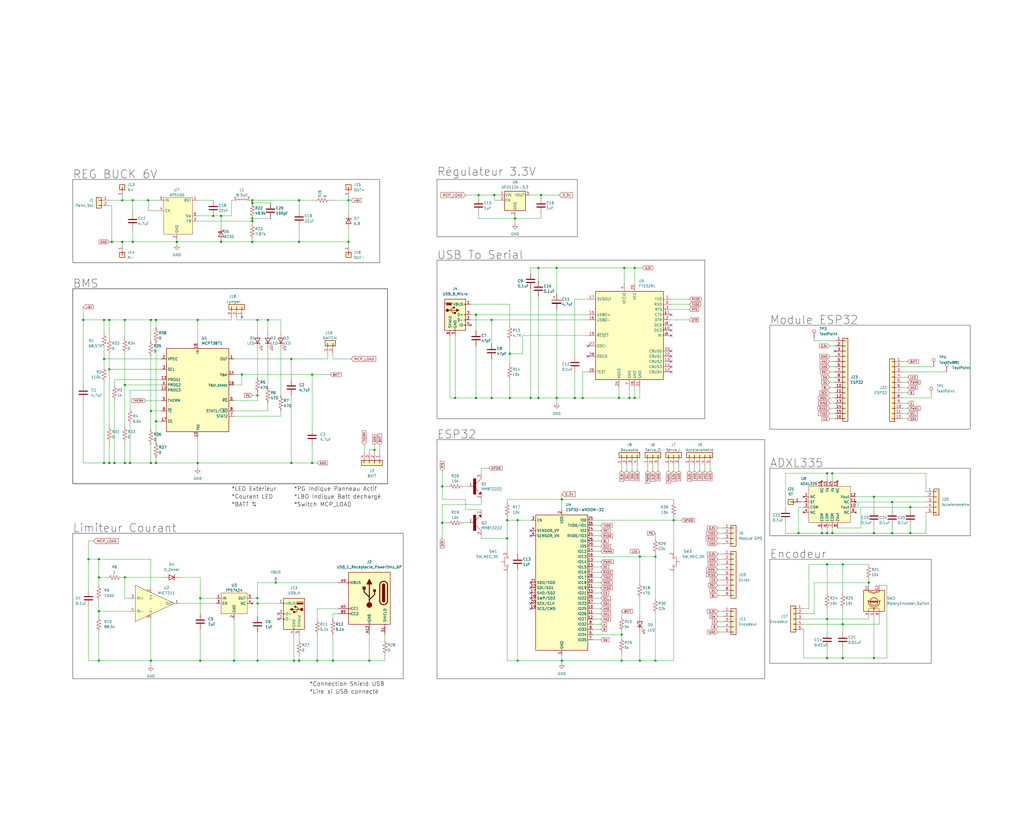
<source format=kicad_sch>
(kicad_sch (version 20230121) (generator eeschema)
  (paper "User" 499.999 399.999)
  (junction (at 55.88 226.06))
  (junction (at 284.48 194.31))
  (junction (at 403.86 260.35))
  (junction (at 259.08 194.31))
  (junction (at 123.19 97.79))
  (junction (at 73.66 156.21))
  (junction (at 125.73 193.04))
  (junction (at 97.79 322.58))
  (junction (at 125.73 294.64))
  (junction (at 247.65 262.89))
  (junction (at 389.89 260.35))
  (junction (at 232.41 153.67))
  (junction (at 309.88 130.81))
  (junction (at 146.05 322.58))
  (junction (at 444.5 260.35))
  (junction (at 309.88 194.31))
  (junction (at 435.61 245.11))
  (junction (at 142.24 226.06))
  (junction (at 241.3 95.25))
  (junction (at 123.19 107.95))
  (junction (at 320.04 271.78))
  (junction (at 411.48 275.59))
  (junction (at 123.19 118.11))
  (junction (at 403.86 231.14))
  (junction (at 403.86 321.31))
  (junction (at 274.32 243.84))
  (junction (at 130.81 156.21))
  (junction (at 48.26 273.05))
  (junction (at 280.67 194.31))
  (junction (at 247.65 254))
  (junction (at 53.34 180.34))
  (junction (at 435.61 260.35))
  (junction (at 411.48 304.8))
  (junction (at 406.4 231.14))
  (junction (at 125.73 322.58))
  (junction (at 215.9 237.49))
  (junction (at 54.61 118.11))
  (junction (at 40.64 156.21))
  (junction (at 60.96 281.94))
  (junction (at 252.73 322.58))
  (junction (at 146.05 118.11))
  (junction (at 76.2 226.06))
  (junction (at 146.05 97.79))
  (junction (at 215.9 255.27))
  (junction (at 411.48 321.31))
  (junction (at 48.26 298.45))
  (junction (at 63.5 226.06))
  (junction (at 107.95 105.41))
  (junction (at 59.69 97.79))
  (junction (at 50.8 175.26))
  (junction (at 50.8 156.21))
  (junction (at 312.42 322.58))
  (junction (at 403.86 275.59))
  (junction (at 328.93 254))
  (junction (at 48.26 281.94))
  (junction (at 50.8 226.06))
  (junction (at 97.79 292.1))
  (junction (at 73.66 226.06))
  (junction (at 271.78 194.31))
  (junction (at 76.2 156.21))
  (junction (at 240.03 156.21))
  (junction (at 86.36 118.11))
  (junction (at 104.14 105.41))
  (junction (at 125.73 292.1))
  (junction (at 123.19 106.68))
  (junction (at 262.89 194.31))
  (junction (at 426.72 242.57))
  (junction (at 48.26 322.58))
  (junction (at 154.94 322.58))
  (junction (at 406.4 260.35))
  (junction (at 222.25 194.31))
  (junction (at 72.39 97.79))
  (junction (at 60.96 226.06))
  (junction (at 43.18 273.05))
  (junction (at 312.42 271.78))
  (junction (at 114.3 322.58))
  (junction (at 424.18 284.48))
  (junction (at 232.41 194.31))
  (junction (at 303.53 322.58))
  (junction (at 240.03 194.31))
  (junction (at 73.66 200.66))
  (junction (at 303.53 309.88))
  (junction (at 274.32 322.58))
  (junction (at 320.04 322.58))
  (junction (at 271.78 130.81))
  (junction (at 180.34 322.58))
  (junction (at 170.18 118.11))
  (junction (at 307.34 194.31))
  (junction (at 170.18 97.79))
  (junction (at 53.34 156.21))
  (junction (at 76.2 205.74))
  (junction (at 302.26 194.31))
  (junction (at 64.77 118.11))
  (junction (at 248.92 172.72))
  (junction (at 59.69 118.11))
  (junction (at 426.72 321.31))
  (junction (at 264.16 95.25))
  (junction (at 444.5 247.65))
  (junction (at 142.24 175.26))
  (junction (at 64.77 97.79))
  (junction (at 248.92 194.31))
  (junction (at 233.68 95.25))
  (junction (at 152.4 182.88))
  (junction (at 73.66 322.58))
  (junction (at 96.52 156.21))
  (junction (at 134.62 284.48))
  (junction (at 125.73 156.21))
  (junction (at 118.11 182.88))
  (junction (at 143.51 322.58))
  (junction (at 251.46 106.68))
  (junction (at 107.95 118.11))
  (junction (at 60.96 187.96))
  (junction (at 123.19 99.06))
  (junction (at 152.4 226.06))
  (junction (at 182.88 219.71))
  (junction (at 262.89 130.81))
  (junction (at 53.34 226.06))
  (junction (at 304.8 130.81))
  (junction (at 401.32 260.35))
  (junction (at 252.73 254))
  (junction (at 403.86 302.26))
  (junction (at 162.56 322.58))
  (junction (at 60.96 156.21))
  (junction (at 426.72 260.35))
  (junction (at 96.52 226.06))
  (no_connect (at 327.66 153.67))
  (no_connect (at 259.08 287.02))
  (no_connect (at 259.08 297.18))
  (no_connect (at 259.08 289.56))
  (no_connect (at 229.87 158.75))
  (no_connect (at 327.66 181.61))
  (no_connect (at 327.66 161.29))
  (no_connect (at 327.66 176.53))
  (no_connect (at 327.66 171.45))
  (no_connect (at 259.08 294.64))
  (no_connect (at 135.89 302.26))
  (no_connect (at 327.66 158.75))
  (no_connect (at 327.66 163.83))
  (no_connect (at 259.08 284.48))
  (no_connect (at 407.67 171.45))
  (no_connect (at 259.08 261.62))
  (no_connect (at 327.66 179.07))
  (no_connect (at 135.89 299.72))
  (no_connect (at 287.02 173.99))
  (no_connect (at 259.08 259.08))
  (no_connect (at 327.66 173.99))
  (no_connect (at 118.11 154.94))
  (no_connect (at 259.08 292.1))
  (no_connect (at 287.02 168.91))
  (wire (pts (xy 247.65 279.4) (xy 247.65 322.58)))
  (wire (pts (xy 64.77 118.11) (xy 86.36 118.11)))
  (wire (pts (xy 346.71 227.33) (xy 346.71 229.87)))
  (wire (pts (xy 440.69 189.23) (xy 443.23 189.23)))
  (wire (pts (xy 170.18 118.11) (xy 146.05 118.11)))
  (wire (pts (xy 289.56 259.08) (xy 293.37 259.08)))
  (wire (pts (xy 426.72 256.54) (xy 426.72 260.35)))
  (wire (pts (xy 161.29 97.79) (xy 170.18 97.79)))
  (wire (pts (xy 289.56 289.56) (xy 293.37 289.56)))
  (wire (pts (xy 125.73 195.58) (xy 125.73 193.04)))
  (wire (pts (xy 87.63 281.94) (xy 97.79 281.94)))
  (wire (pts (xy 152.4 182.88) (xy 118.11 182.88)))
  (wire (pts (xy 328.93 254) (xy 332.74 254)))
  (wire (pts (xy 114.3 187.96) (xy 118.11 187.96)))
  (wire (pts (xy 125.73 294.64) (xy 135.89 294.64)))
  (wire (pts (xy 394.97 275.59) (xy 403.86 275.59)))
  (wire (pts (xy 406.4 231.14) (xy 406.4 234.95)))
  (wire (pts (xy 284.48 194.31) (xy 280.67 194.31)))
  (wire (pts (xy 60.96 281.94) (xy 80.01 281.94)))
  (wire (pts (xy 40.64 149.86) (xy 40.64 156.21)))
  (wire (pts (xy 162.56 299.72) (xy 162.56 302.26)))
  (wire (pts (xy 226.06 255.27) (xy 228.6 255.27)))
  (wire (pts (xy 320.04 270.51) (xy 320.04 271.78)))
  (wire (pts (xy 114.3 195.58) (xy 125.73 195.58)))
  (wire (pts (xy 289.56 292.1) (xy 293.37 292.1)))
  (wire (pts (xy 215.9 229.87) (xy 215.9 237.49)))
  (wire (pts (xy 397.51 299.72) (xy 397.51 284.48)))
  (wire (pts (xy 440.69 201.93) (xy 443.23 201.93)))
  (wire (pts (xy 440.69 191.77) (xy 443.23 191.77)))
  (wire (pts (xy 123.19 116.84) (xy 123.19 118.11)))
  (wire (pts (xy 302.26 189.23) (xy 302.26 194.31)))
  (wire (pts (xy 252.73 254) (xy 252.73 270.51)))
  (wire (pts (xy 312.42 292.1) (xy 312.42 300.99)))
  (wire (pts (xy 407.67 168.91) (xy 405.13 168.91)))
  (wire (pts (xy 115.57 156.21) (xy 125.73 156.21)))
  (wire (pts (xy 255.27 163.83) (xy 287.02 163.83)))
  (wire (pts (xy 280.67 146.05) (xy 280.67 173.99)))
  (wire (pts (xy 392.43 321.31) (xy 392.43 307.34)))
  (wire (pts (xy 289.56 297.18) (xy 293.37 297.18)))
  (wire (pts (xy 50.8 226.06) (xy 53.34 226.06)))
  (wire (pts (xy 234.95 262.89) (xy 247.65 262.89)))
  (wire (pts (xy 125.73 322.58) (xy 114.3 322.58)))
  (wire (pts (xy 146.05 320.04) (xy 146.05 322.58)))
  (wire (pts (xy 403.86 275.59) (xy 411.48 275.59)))
  (wire (pts (xy 426.72 260.35) (xy 406.4 260.35)))
  (wire (pts (xy 48.26 298.45) (xy 63.5 298.45)))
  (wire (pts (xy 383.54 247.65) (xy 383.54 231.14)))
  (wire (pts (xy 271.78 151.13) (xy 271.78 194.31)))
  (wire (pts (xy 243.84 97.79) (xy 241.3 97.79)))
  (wire (pts (xy 406.4 260.35) (xy 403.86 260.35)))
  (wire (pts (xy 440.69 204.47) (xy 443.23 204.47)))
  (wire (pts (xy 320.04 322.58) (xy 328.93 322.58)))
  (wire (pts (xy 440.69 176.53) (xy 443.23 176.53)))
  (wire (pts (xy 115.57 154.94) (xy 115.57 156.21)))
  (wire (pts (xy 123.19 292.1) (xy 125.73 292.1)))
  (wire (pts (xy 350.52 306.07) (xy 353.06 306.07)))
  (wire (pts (xy 309.88 130.81) (xy 309.88 138.43)))
  (wire (pts (xy 113.03 105.41) (xy 107.95 105.41)))
  (wire (pts (xy 313.69 130.81) (xy 309.88 130.81)))
  (wire (pts (xy 240.03 175.26) (xy 240.03 194.31)))
  (wire (pts (xy 271.78 130.81) (xy 271.78 143.51)))
  (wire (pts (xy 444.5 247.65) (xy 444.5 248.92)))
  (wire (pts (xy 215.9 243.84) (xy 227.33 243.84)))
  (wire (pts (xy 63.5 207.01) (xy 63.5 226.06)))
  (wire (pts (xy 86.36 118.11) (xy 86.36 119.38)))
  (wire (pts (xy 289.56 302.26) (xy 293.37 302.26)))
  (wire (pts (xy 280.67 181.61) (xy 280.67 194.31)))
  (wire (pts (xy 146.05 110.49) (xy 146.05 118.11)))
  (wire (pts (xy 114.3 322.58) (xy 97.79 322.58)))
  (wire (pts (xy 289.56 279.4) (xy 293.37 279.4)))
  (wire (pts (xy 424.18 300.99) (xy 424.18 302.26)))
  (wire (pts (xy 320.04 322.58) (xy 312.42 322.58)))
  (wire (pts (xy 53.34 226.06) (xy 55.88 226.06)))
  (wire (pts (xy 97.79 322.58) (xy 73.66 322.58)))
  (wire (pts (xy 73.66 217.17) (xy 73.66 226.06)))
  (wire (pts (xy 121.92 97.79) (xy 123.19 97.79)))
  (wire (pts (xy 289.56 261.62) (xy 293.37 261.62)))
  (wire (pts (xy 353.06 270.51) (xy 350.52 270.51)))
  (wire (pts (xy 429.26 304.8) (xy 411.48 304.8)))
  (wire (pts (xy 394.97 297.18) (xy 394.97 275.59)))
  (wire (pts (xy 114.3 203.2) (xy 137.16 203.2)))
  (wire (pts (xy 170.18 111.76) (xy 170.18 118.11)))
  (wire (pts (xy 87.63 294.64) (xy 105.41 294.64)))
  (wire (pts (xy 303.53 322.58) (xy 274.32 322.58)))
  (wire (pts (xy 403.86 275.59) (xy 403.86 289.56)))
  (wire (pts (xy 433.07 321.31) (xy 426.72 321.31)))
  (wire (pts (xy 78.74 200.66) (xy 73.66 200.66)))
  (wire (pts (xy 328.93 245.11) (xy 328.93 243.84)))
  (wire (pts (xy 64.77 97.79) (xy 72.39 97.79)))
  (wire (pts (xy 76.2 223.52) (xy 76.2 226.06)))
  (wire (pts (xy 215.9 246.38) (xy 234.95 246.38)))
  (wire (pts (xy 417.83 247.65) (xy 419.1 247.65)))
  (wire (pts (xy 143.51 322.58) (xy 125.73 322.58)))
  (wire (pts (xy 43.18 273.05) (xy 48.26 273.05)))
  (wire (pts (xy 130.81 170.18) (xy 130.81 189.23)))
  (wire (pts (xy 114.3 302.26) (xy 114.3 322.58)))
  (wire (pts (xy 96.52 105.41) (xy 104.14 105.41)))
  (wire (pts (xy 125.73 170.18) (xy 125.73 184.15)))
  (wire (pts (xy 152.4 182.88) (xy 161.29 182.88)))
  (wire (pts (xy 397.51 284.48) (xy 424.18 284.48)))
  (wire (pts (xy 40.64 156.21) (xy 40.64 187.96)))
  (wire (pts (xy 403.86 260.35) (xy 403.86 257.81)))
  (wire (pts (xy 420.37 247.65) (xy 444.5 247.65)))
  (wire (pts (xy 251.46 105.41) (xy 251.46 106.68)))
  (wire (pts (xy 350.52 300.99) (xy 353.06 300.99)))
  (wire (pts (xy 170.18 97.79) (xy 170.18 104.14)))
  (wire (pts (xy 454.66 194.31) (xy 440.69 194.31)))
  (wire (pts (xy 403.86 302.26) (xy 392.43 302.26)))
  (wire (pts (xy 97.79 292.1) (xy 105.41 292.1)))
  (wire (pts (xy 284.48 194.31) (xy 302.26 194.31)))
  (wire (pts (xy 162.56 322.58) (xy 180.34 322.58)))
  (wire (pts (xy 73.66 226.06) (xy 76.2 226.06)))
  (wire (pts (xy 311.15 227.33) (xy 311.15 229.87)))
  (wire (pts (xy 259.08 95.25) (xy 264.16 95.25)))
  (wire (pts (xy 64.77 111.76) (xy 64.77 118.11)))
  (wire (pts (xy 391.16 245.11) (xy 392.43 245.11)))
  (wire (pts (xy 444.5 247.65) (xy 452.12 247.65)))
  (wire (pts (xy 308.61 227.33) (xy 308.61 229.87)))
  (wire (pts (xy 424.18 284.48) (xy 424.18 285.75)))
  (wire (pts (xy 309.88 194.31) (xy 307.34 194.31)))
  (wire (pts (xy 146.05 97.79) (xy 146.05 102.87)))
  (wire (pts (xy 170.18 97.79) (xy 171.45 97.79)))
  (wire (pts (xy 233.68 95.25) (xy 241.3 95.25)))
  (wire (pts (xy 130.81 196.85) (xy 130.81 200.66)))
  (wire (pts (xy 284.48 181.61) (xy 284.48 194.31)))
  (wire (pts (xy 252.73 254) (xy 259.08 254)))
  (wire (pts (xy 143.51 322.58) (xy 146.05 322.58)))
  (wire (pts (xy 48.26 298.45) (xy 48.26 300.99)))
  (wire (pts (xy 123.19 107.95) (xy 123.19 109.22)))
  (wire (pts (xy 63.5 190.5) (xy 63.5 199.39)))
  (wire (pts (xy 123.19 118.11) (xy 107.95 118.11)))
  (wire (pts (xy 401.32 260.35) (xy 403.86 260.35)))
  (wire (pts (xy 429.26 300.99) (xy 429.26 304.8)))
  (wire (pts (xy 215.9 246.38) (xy 215.9 255.27)))
  (wire (pts (xy 130.81 162.56) (xy 130.81 156.21)))
  (wire (pts (xy 125.73 308.61) (xy 125.73 322.58)))
  (wire (pts (xy 350.52 308.61) (xy 353.06 308.61)))
  (wire (pts (xy 326.39 227.33) (xy 326.39 229.87)))
  (wire (pts (xy 407.67 191.77) (xy 405.13 191.77)))
  (wire (pts (xy 251.46 106.68) (xy 251.46 109.22)))
  (wire (pts (xy 227.33 95.25) (xy 233.68 95.25)))
  (wire (pts (xy 73.66 156.21) (xy 76.2 156.21)))
  (wire (pts (xy 353.06 265.43) (xy 350.52 265.43)))
  (wire (pts (xy 316.23 227.33) (xy 316.23 229.87)))
  (wire (pts (xy 411.48 321.31) (xy 426.72 321.31)))
  (wire (pts (xy 240.03 194.31) (xy 248.92 194.31)))
  (wire (pts (xy 233.68 106.68) (xy 251.46 106.68)))
  (wire (pts (xy 76.2 205.74) (xy 76.2 215.9)))
  (wire (pts (xy 248.92 185.42) (xy 248.92 194.31)))
  (wire (pts (xy 259.08 140.97) (xy 259.08 194.31)))
  (wire (pts (xy 344.17 227.33) (xy 344.17 229.87)))
  (wire (pts (xy 125.73 162.56) (xy 125.73 156.21)))
  (wire (pts (xy 424.18 283.21) (xy 424.18 284.48)))
  (wire (pts (xy 55.88 195.58) (xy 55.88 226.06)))
  (wire (pts (xy 59.69 118.11) (xy 59.69 119.38)))
  (wire (pts (xy 125.73 193.04) (xy 125.73 191.77)))
  (wire (pts (xy 408.94 257.81) (xy 420.37 257.81)))
  (wire (pts (xy 407.67 196.85) (xy 405.13 196.85)))
  (wire (pts (xy 312.42 322.58) (xy 303.53 322.58)))
  (wire (pts (xy 389.89 260.35) (xy 401.32 260.35)))
  (wire (pts (xy 232.41 194.31) (xy 240.03 194.31)))
  (wire (pts (xy 154.94 309.88) (xy 154.94 322.58)))
  (wire (pts (xy 43.18 288.29) (xy 43.18 273.05)))
  (wire (pts (xy 420.37 257.81) (xy 420.37 247.65)))
  (wire (pts (xy 55.88 185.42) (xy 55.88 187.96)))
  (wire (pts (xy 125.73 294.64) (xy 125.73 300.99)))
  (wire (pts (xy 123.19 97.79) (xy 123.19 99.06)))
  (wire (pts (xy 392.43 321.31) (xy 403.86 321.31)))
  (wire (pts (xy 170.18 96.52) (xy 170.18 97.79)))
  (wire (pts (xy 53.34 118.11) (xy 54.61 118.11)))
  (wire (pts (xy 435.61 245.11) (xy 435.61 248.92)))
  (wire (pts (xy 130.81 156.21) (xy 125.73 156.21)))
  (wire (pts (xy 113.03 97.79) (xy 113.03 105.41)))
  (wire (pts (xy 259.08 133.35) (xy 259.08 130.81)))
  (wire (pts (xy 64.77 97.79) (xy 64.77 104.14)))
  (wire (pts (xy 187.96 309.88) (xy 187.96 312.42)))
  (wire (pts (xy 187.96 320.04) (xy 187.96 322.58)))
  (wire (pts (xy 259.08 194.31) (xy 262.89 194.31)))
  (wire (pts (xy 165.1 299.72) (xy 162.56 299.72)))
  (wire (pts (xy 180.34 220.98) (xy 180.34 219.71)))
  (wire (pts (xy 45.72 264.16) (xy 43.18 264.16)))
  (wire (pts (xy 53.34 156.21) (xy 53.34 165.1)))
  (wire (pts (xy 234.95 228.6) (xy 238.76 228.6)))
  (wire (pts (xy 289.56 266.7) (xy 293.37 266.7)))
  (wire (pts (xy 60.96 172.72) (xy 60.96 187.96)))
  (wire (pts (xy 180.34 309.88) (xy 180.34 322.58)))
  (wire (pts (xy 240.03 156.21) (xy 240.03 167.64)))
  (wire (pts (xy 248.92 148.59) (xy 248.92 158.75)))
  (wire (pts (xy 60.96 187.96) (xy 60.96 208.28)))
  (wire (pts (xy 118.11 187.96) (xy 118.11 182.88)))
  (wire (pts (xy 289.56 274.32) (xy 293.37 274.32)))
  (wire (pts (xy 389.89 247.65) (xy 389.89 260.35)))
  (wire (pts (xy 350.52 298.45) (xy 353.06 298.45)))
  (wire (pts (xy 78.74 187.96) (xy 60.96 187.96)))
  (wire (pts (xy 50.8 170.18) (xy 50.8 175.26)))
  (wire (pts (xy 73.66 200.66) (xy 73.66 209.55)))
  (wire (pts (xy 407.67 201.93) (xy 405.13 201.93)))
  (wire (pts (xy 53.34 100.33) (xy 54.61 100.33)))
  (wire (pts (xy 48.26 273.05) (xy 48.26 281.94)))
  (wire (pts (xy 78.74 185.42) (xy 55.88 185.42)))
  (wire (pts (xy 241.3 97.79) (xy 241.3 95.25)))
  (wire (pts (xy 97.79 281.94) (xy 97.79 292.1)))
  (wire (pts (xy 255.27 172.72) (xy 255.27 163.83)))
  (wire (pts (xy 60.96 156.21) (xy 60.96 165.1)))
  (wire (pts (xy 222.25 194.31) (xy 232.41 194.31)))
  (wire (pts (xy 452.12 260.35) (xy 444.5 260.35)))
  (wire (pts (xy 73.66 273.05) (xy 73.66 287.02)))
  (wire (pts (xy 59.69 118.11) (xy 64.77 118.11)))
  (wire (pts (xy 162.56 309.88) (xy 162.56 322.58)))
  (wire (pts (xy 96.52 107.95) (xy 123.19 107.95)))
  (wire (pts (xy 60.96 215.9) (xy 60.96 226.06)))
  (wire (pts (xy 327.66 148.59) (xy 336.55 148.59)))
  (wire (pts (xy 226.06 237.49) (xy 228.6 237.49)))
  (wire (pts (xy 331.47 227.33) (xy 331.47 229.87)))
  (wire (pts (xy 407.67 173.99) (xy 405.13 173.99)))
  (wire (pts (xy 142.24 226.06) (xy 96.52 226.06)))
  (wire (pts (xy 134.62 284.48) (xy 125.73 284.48)))
  (wire (pts (xy 240.03 156.21) (xy 287.02 156.21)))
  (wire (pts (xy 104.14 105.41) (xy 107.95 105.41)))
  (wire (pts (xy 137.16 162.56) (xy 137.16 156.21)))
  (wire (pts (xy 76.2 226.06) (xy 96.52 226.06)))
  (wire (pts (xy 146.05 97.79) (xy 123.19 97.79)))
  (wire (pts (xy 289.56 281.94) (xy 293.37 281.94)))
  (wire (pts (xy 424.18 302.26) (xy 403.86 302.26)))
  (wire (pts (xy 233.68 96.52) (xy 233.68 95.25)))
  (wire (pts (xy 353.06 257.81) (xy 350.52 257.81)))
  (wire (pts (xy 444.5 260.35) (xy 435.61 260.35)))
  (wire (pts (xy 401.32 257.81) (xy 401.32 260.35)))
  (wire (pts (xy 353.06 260.35) (xy 350.52 260.35)))
  (wire (pts (xy 262.89 194.31) (xy 271.78 194.31)))
  (wire (pts (xy 289.56 307.34) (xy 293.37 307.34)))
  (wire (pts (xy 251.46 106.68) (xy 264.16 106.68)))
  (wire (pts (xy 142.24 193.04) (xy 142.24 226.06)))
  (wire (pts (xy 433.07 285.75) (xy 433.07 321.31)))
  (wire (pts (xy 274.32 320.04) (xy 274.32 322.58)))
  (wire (pts (xy 53.34 156.21) (xy 60.96 156.21)))
  (wire (pts (xy 289.56 264.16) (xy 293.37 264.16)))
  (wire (pts (xy 77.47 102.87) (xy 72.39 102.87)))
  (wire (pts (xy 271.78 194.31) (xy 271.78 196.85)))
  (wire (pts (xy 328.93 227.33) (xy 328.93 229.87)))
  (wire (pts (xy 328.93 279.4) (xy 328.93 322.58)))
  (wire (pts (xy 123.19 106.68) (xy 132.08 106.68)))
  (wire (pts (xy 165.1 297.18) (xy 154.94 297.18)))
  (wire (pts (xy 48.26 273.05) (xy 73.66 273.05)))
  (wire (pts (xy 248.92 172.72) (xy 248.92 177.8)))
  (wire (pts (xy 60.96 292.1) (xy 60.96 281.94)))
  (wire (pts (xy 403.86 316.23) (xy 403.86 321.31)))
  (wire (pts (xy 50.8 156.21) (xy 50.8 162.56)))
  (wire (pts (xy 320.04 260.35) (xy 320.04 262.89)))
  (wire (pts (xy 411.48 275.59) (xy 424.18 275.59)))
  (wire (pts (xy 247.65 262.89) (xy 247.65 269.24)))
  (wire (pts (xy 162.56 175.26) (xy 171.45 175.26)))
  (wire (pts (xy 59.69 97.79) (xy 64.77 97.79)))
  (wire (pts (xy 407.67 189.23) (xy 405.13 189.23)))
  (wire (pts (xy 125.73 292.1) (xy 125.73 294.64)))
  (wire (pts (xy 287.02 181.61) (xy 284.48 181.61)))
  (wire (pts (xy 232.41 168.91) (xy 232.41 194.31)))
  (wire (pts (xy 307.34 189.23) (xy 307.34 194.31)))
  (wire (pts (xy 289.56 284.48) (xy 293.37 284.48)))
  (wire (pts (xy 73.66 156.21) (xy 73.66 166.37)))
  (wire (pts (xy 152.4 226.06) (xy 142.24 226.06)))
  (wire (pts (xy 440.69 184.15) (xy 443.23 184.15)))
  (wire (pts (xy 48.26 308.61) (xy 48.26 322.58)))
  (wire (pts (xy 289.56 269.24) (xy 293.37 269.24)))
  (wire (pts (xy 426.72 242.57) (xy 452.12 242.57)))
  (wire (pts (xy 59.69 281.94) (xy 60.96 281.94)))
  (wire (pts (xy 143.51 309.88) (xy 143.51 322.58)))
  (wire (pts (xy 73.66 322.58) (xy 73.66 325.12)))
  (wire (pts (xy 182.88 219.71) (xy 182.88 220.98)))
  (wire (pts (xy 154.94 297.18) (xy 154.94 302.26)))
  (wire (pts (xy 219.71 194.31) (xy 222.25 194.31)))
  (wire (pts (xy 289.56 294.64) (xy 293.37 294.64)))
  (wire (pts (xy 234.95 261.62) (xy 234.95 262.89)))
  (wire (pts (xy 232.41 153.67) (xy 287.02 153.67)))
  (wire (pts (xy 73.66 302.26) (xy 73.66 322.58)))
  (wire (pts (xy 53.34 180.34) (xy 53.34 208.28)))
  (wire (pts (xy 411.48 304.8) (xy 392.43 304.8)))
  (wire (pts (xy 262.89 130.81) (xy 271.78 130.81)))
  (wire (pts (xy 54.61 100.33) (xy 54.61 118.11)))
  (wire (pts (xy 353.06 275.59) (xy 350.52 275.59)))
  (wire (pts (xy 407.67 176.53) (xy 405.13 176.53)))
  (wire (pts (xy 165.1 284.48) (xy 134.62 284.48)))
  (wire (pts (xy 137.16 156.21) (xy 130.81 156.21)))
  (wire (pts (xy 304.8 138.43) (xy 304.8 130.81)))
  (wire (pts (xy 71.12 195.58) (xy 78.74 195.58)))
  (wire (pts (xy 403.86 302.26) (xy 403.86 308.61)))
  (wire (pts (xy 50.8 175.26) (xy 50.8 179.07)))
  (wire (pts (xy 113.03 154.94) (xy 113.03 156.21)))
  (wire (pts (xy 274.32 241.3) (xy 274.32 243.84)))
  (wire (pts (xy 227.33 243.84) (xy 227.33 248.92)))
  (wire (pts (xy 353.06 288.29) (xy 350.52 288.29)))
  (wire (pts (xy 241.3 95.25) (xy 243.84 95.25)))
  (wire (pts (xy 411.48 304.8) (xy 411.48 308.61)))
  (wire (pts (xy 146.05 322.58) (xy 154.94 322.58)))
  (wire (pts (xy 303.53 318.77) (xy 303.53 322.58)))
  (wire (pts (xy 187.96 322.58) (xy 180.34 322.58)))
  (wire (pts (xy 462.28 181.61) (xy 440.69 181.61)))
  (wire (pts (xy 252.73 278.13) (xy 252.73 322.58)))
  (wire (pts (xy 123.19 99.06) (xy 132.08 99.06)))
  (wire (pts (xy 303.53 308.61) (xy 303.53 309.88)))
  (wire (pts (xy 405.13 184.15) (xy 407.67 184.15)))
  (wire (pts (xy 289.56 287.02) (xy 293.37 287.02)))
  (wire (pts (xy 72.39 102.87) (xy 72.39 97.79)))
  (wire (pts (xy 289.56 312.42) (xy 293.37 312.42)))
  (wire (pts (xy 125.73 284.48) (xy 125.73 292.1)))
  (wire (pts (xy 403.86 231.14) (xy 403.86 234.95)))
  (wire (pts (xy 289.56 271.78) (xy 312.42 271.78)))
  (wire (pts (xy 274.32 322.58) (xy 274.32 323.85)))
  (wire (pts (xy 234.95 246.38) (xy 234.95 243.84)))
  (wire (pts (xy 339.09 227.33) (xy 339.09 229.87)))
  (wire (pts (xy 353.06 273.05) (xy 350.52 273.05)))
  (wire (pts (xy 182.88 217.17) (xy 182.88 219.71)))
  (wire (pts (xy 417.83 242.57) (xy 426.72 242.57)))
  (wire (pts (xy 406.4 257.81) (xy 406.4 260.35)))
  (wire (pts (xy 289.56 254) (xy 328.93 254)))
  (wire (pts (xy 328.93 254) (xy 328.93 269.24)))
  (wire (pts (xy 142.24 175.26) (xy 160.02 175.26)))
  (wire (pts (xy 137.16 193.04) (xy 137.16 170.18)))
  (wire (pts (xy 229.87 156.21) (xy 240.03 156.21)))
  (wire (pts (xy 152.4 226.06) (xy 154.94 226.06)))
  (wire (pts (xy 96.52 156.21) (xy 96.52 167.64)))
  (wire (pts (xy 264.16 106.68) (xy 264.16 104.14)))
  (wire (pts (xy 407.67 199.39) (xy 405.13 199.39)))
  (wire (pts (xy 271.78 130.81) (xy 304.8 130.81)))
  (wire (pts (xy 146.05 309.88) (xy 146.05 312.42)))
  (wire (pts (xy 53.34 97.79) (xy 59.69 97.79)))
  (wire (pts (xy 73.66 173.99) (xy 73.66 200.66)))
  (wire (pts (xy 383.54 255.27) (xy 383.54 260.35)))
  (wire (pts (xy 40.64 226.06) (xy 50.8 226.06)))
  (wire (pts (xy 43.18 295.91) (xy 43.18 322.58)))
  (wire (pts (xy 303.53 227.33) (xy 303.53 229.87)))
  (wire (pts (xy 232.41 153.67) (xy 232.41 161.29)))
  (wire (pts (xy 440.69 196.85) (xy 443.23 196.85)))
  (wire (pts (xy 248.92 148.59) (xy 229.87 148.59)))
  (wire (pts (xy 60.96 292.1) (xy 63.5 292.1)))
  (wire (pts (xy 336.55 227.33) (xy 336.55 229.87)))
  (wire (pts (xy 309.88 189.23) (xy 309.88 194.31)))
  (wire (pts (xy 306.07 227.33) (xy 306.07 229.87)))
  (wire (pts (xy 50.8 186.69) (xy 50.8 226.06)))
  (wire (pts (xy 405.13 186.69) (xy 407.67 186.69)))
  (wire (pts (xy 54.61 118.11) (xy 59.69 118.11)))
  (wire (pts (xy 152.4 217.17) (xy 152.4 226.06)))
  (wire (pts (xy 309.88 130.81) (xy 304.8 130.81)))
  (wire (pts (xy 289.56 299.72) (xy 293.37 299.72)))
  (wire (pts (xy 392.43 297.18) (xy 394.97 297.18)))
  (wire (pts (xy 280.67 194.31) (xy 271.78 194.31)))
  (wire (pts (xy 289.56 304.8) (xy 293.37 304.8)))
  (wire (pts (xy 170.18 118.11) (xy 170.18 119.38)))
  (wire (pts (xy 320.04 299.72) (xy 320.04 322.58)))
  (wire (pts (xy 76.2 156.21) (xy 96.52 156.21)))
  (wire (pts (xy 48.26 322.58) (xy 73.66 322.58)))
  (wire (pts (xy 233.68 104.14) (xy 233.68 106.68)))
  (wire (pts (xy 248.92 172.72) (xy 248.92 166.37)))
  (wire (pts (xy 52.07 281.94) (xy 48.26 281.94)))
  (wire (pts (xy 397.51 165.1) (xy 397.51 166.37)))
  (wire (pts (xy 63.5 226.06) (xy 73.66 226.06)))
  (wire (pts (xy 289.56 256.54) (xy 293.37 256.54)))
  (wire (pts (xy 118.11 182.88) (xy 114.3 182.88)))
  (wire (pts (xy 247.65 245.11) (xy 247.65 243.84)))
  (wire (pts (xy 162.56 172.72) (xy 162.56 175.26)))
  (wire (pts (xy 289.56 309.88) (xy 303.53 309.88)))
  (wire (pts (xy 435.61 260.35) (xy 426.72 260.35)))
  (wire (pts (xy 383.54 231.14) (xy 403.86 231.14)))
  (wire (pts (xy 113.03 156.21) (xy 96.52 156.21)))
  (wire (pts (xy 440.69 199.39) (xy 443.23 199.39)))
  (wire (pts (xy 78.74 205.74) (xy 76.2 205.74)))
  (wire (pts (xy 328.93 252.73) (xy 328.93 254)))
  (wire (pts (xy 53.34 215.9) (xy 53.34 226.06)))
  (wire (pts (xy 341.63 227.33) (xy 341.63 229.87)))
  (wire (pts (xy 215.9 255.27) (xy 215.9 262.89)))
  (wire (pts (xy 259.08 130.81) (xy 262.89 130.81)))
  (wire (pts (xy 248.92 172.72) (xy 255.27 172.72)))
  (wire (pts (xy 43.18 264.16) (xy 43.18 273.05)))
  (wire (pts (xy 353.06 283.21) (xy 350.52 283.21)))
  (wire (pts (xy 407.67 204.47) (xy 405.13 204.47)))
  (wire (pts (xy 320.04 271.78) (xy 320.04 292.1)))
  (wire (pts (xy 137.16 200.66) (xy 137.16 203.2)))
  (wire (pts (xy 76.2 167.64) (xy 76.2 205.74)))
  (wire (pts (xy 262.89 144.78) (xy 262.89 194.31)))
  (wire (pts (xy 97.79 307.34) (xy 97.79 322.58)))
  (wire (pts (xy 327.66 151.13) (xy 336.55 151.13)))
  (wire (pts (xy 219.71 163.83) (xy 219.71 194.31)))
  (wire (pts (xy 234.95 228.6) (xy 234.95 231.14)))
  (wire (pts (xy 113.03 97.79) (xy 114.3 97.79)))
  (wire (pts (xy 353.06 278.13) (xy 350.52 278.13)))
  (wire (pts (xy 222.25 163.83) (xy 222.25 194.31)))
  (wire (pts (xy 78.74 180.34) (xy 53.34 180.34)))
  (wire (pts (xy 411.48 316.23) (xy 411.48 321.31)))
  (wire (pts (xy 452.12 240.03) (xy 452.12 231.14)))
  (wire (pts (xy 247.65 254) (xy 252.73 254)))
  (wire (pts (xy 247.65 254) (xy 247.65 262.89)))
  (wire (pts (xy 76.2 156.21) (xy 76.2 160.02)))
  (wire (pts (xy 383.54 260.35) (xy 389.89 260.35)))
  (wire (pts (xy 318.77 227.33) (xy 318.77 229.87)))
  (wire (pts (xy 50.8 156.21) (xy 53.34 156.21)))
  (wire (pts (xy 72.39 97.79) (xy 77.47 97.79)))
  (wire (pts (xy 229.87 153.67) (xy 232.41 153.67)))
  (wire (pts (xy 180.34 219.71) (xy 182.88 219.71)))
  (wire (pts (xy 327.66 146.05) (xy 336.55 146.05)))
  (wire (pts (xy 429.26 285.75) (xy 433.07 285.75)))
  (wire (pts (xy 407.67 194.31) (xy 405.13 194.31)))
  (wire (pts (xy 321.31 227.33) (xy 321.31 229.87)))
  (wire (pts (xy 252.73 322.58) (xy 274.32 322.58)))
  (wire (pts (xy 455.93 179.07) (xy 440.69 179.07)))
  (wire (pts (xy 247.65 243.84) (xy 274.32 243.84)))
  (wire (pts (xy 247.65 322.58) (xy 252.73 322.58)))
  (wire (pts (xy 40.64 195.58) (xy 40.64 226.06)))
  (wire (pts (xy 53.34 172.72) (xy 53.34 180.34)))
  (wire (pts (xy 350.52 303.53) (xy 353.06 303.53)))
  (wire (pts (xy 59.69 96.52) (xy 59.69 97.79)))
  (wire (pts (xy 426.72 242.57) (xy 426.72 248.92)))
  (wire (pts (xy 86.36 116.84) (xy 86.36 118.11)))
  (wire (pts (xy 215.9 255.27) (xy 218.44 255.27)))
  (wire (pts (xy 419.1 247.65) (xy 419.1 245.11)))
  (wire (pts (xy 411.48 297.18) (xy 411.48 304.8)))
  (wire (pts (xy 55.88 226.06) (xy 60.96 226.06)))
  (wire (pts (xy 312.42 189.23) (xy 312.42 194.31)))
  (wire (pts (xy 264.16 95.25) (xy 264.16 96.52)))
  (wire (pts (xy 435.61 245.11) (xy 452.12 245.11)))
  (wire (pts (xy 160.02 172.72) (xy 160.02 175.26)))
  (wire (pts (xy 312.42 271.78) (xy 312.42 284.48)))
  (wire (pts (xy 426.72 300.99) (xy 426.72 321.31)))
  (wire (pts (xy 96.52 97.79) (xy 104.14 97.79)))
  (wire (pts (xy 353.06 262.89) (xy 350.52 262.89)))
  (wire (pts (xy 406.4 231.14) (xy 403.86 231.14)))
  (wire (pts (xy 114.3 175.26) (xy 142.24 175.26)))
  (wire (pts (xy 444.5 256.54) (xy 444.5 260.35)))
  (wire (pts (xy 142.24 175.26) (xy 142.24 185.42)))
  (wire (pts (xy 264.16 95.25) (xy 273.05 95.25)))
  (wire (pts (xy 86.36 118.11) (xy 107.95 118.11)))
  (wire (pts (xy 96.52 213.36) (xy 96.52 226.06)))
  (wire (pts (xy 320.04 271.78) (xy 312.42 271.78)))
  (wire (pts (xy 403.86 297.18) (xy 403.86 302.26)))
  (wire (pts (xy 403.86 321.31) (xy 411.48 321.31)))
  (wire (pts (xy 312.42 269.24) (xy 312.42 271.78)))
  (wire (pts (xy 419.1 245.11) (xy 435.61 245.11)))
  (wire (pts (xy 215.9 237.49) (xy 218.44 237.49)))
  (wire (pts (xy 48.26 293.37) (xy 48.26 298.45)))
  (wire (pts (xy 327.66 156.21) (xy 336.55 156.21)))
  (wire (pts (xy 123.19 193.04) (xy 125.73 193.04)))
  (wire (pts (xy 185.42 217.17) (xy 185.42 220.98)))
  (wire (pts (xy 411.48 275.59) (xy 411.48 289.56)))
  (wire (pts (xy 154.94 322.58) (xy 162.56 322.58)))
  (wire (pts (xy 60.96 156.21) (xy 73.66 156.21)))
  (wire (pts (xy 43.18 322.58) (xy 48.26 322.58)))
  (wire (pts (xy 392.43 299.72) (xy 397.51 299.72)))
  (wire (pts (xy 353.06 285.75) (xy 350.52 285.75)))
  (wire (pts (xy 303.53 298.45) (xy 303.53 300.99)))
  (wire (pts (xy 287.02 146.05) (xy 280.67 146.05)))
  (wire (pts (xy 350.52 290.83) (xy 353.06 290.83)))
  (wire (pts (xy 262.89 137.16) (xy 262.89 130.81)))
  (wire (pts (xy 452.12 250.19) (xy 452.12 260.35)))
  (wire (pts (xy 435.61 256.54) (xy 435.61 260.35)))
  (wire (pts (xy 303.53 309.88) (xy 303.53 311.15)))
  (wire (pts (xy 440.69 186.69) (xy 443.23 186.69)))
  (wire (pts (xy 96.52 226.06) (xy 96.52 228.6)))
  (wire (pts (xy 97.79 292.1) (xy 97.79 299.72)))
  (wire (pts (xy 146.05 118.11) (xy 123.19 118.11)))
  (wire (pts (xy 312.42 308.61) (xy 312.42 322.58)))
  (wire (pts (xy 247.65 252.73) (xy 247.65 254)))
  (wire (pts (xy 353.06 280.67) (xy 350.52 280.67)))
  (wire (pts (xy 130.81 200.66) (xy 114.3 200.66)))
  (wire (pts (xy 452.12 231.14) (xy 406.4 231.14)))
  (wire (pts (xy 405.13 181.61) (xy 407.67 181.61)))
  (wire (pts (xy 78.74 190.5) (xy 63.5 190.5)))
  (wire (pts (xy 392.43 247.65) (xy 389.89 247.65)))
  (wire (pts (xy 177.8 217.17) (xy 177.8 220.98)))
  (wire (pts (xy 215.9 237.49) (xy 215.9 243.84)))
  (wire (pts (xy 407.67 179.07) (xy 405.13 179.07)))
  (wire (pts (xy 312.42 194.31) (xy 309.88 194.31)))
  (wire (pts (xy 274.32 243.84) (xy 274.32 248.92)))
  (wire (pts (xy 78.74 175.26) (xy 50.8 175.26)))
  (wire (pts (xy 60.96 226.06) (xy 63.5 226.06)))
  (wire (pts (xy 107.95 110.49) (xy 107.95 105.41)))
  (wire (pts (xy 227.33 248.92) (xy 234.95 248.92)))
  (wire (pts (xy 248.92 194.31) (xy 259.08 194.31)))
  (wire (pts (xy 40.64 156.21) (xy 50.8 156.21)))
  (wire (pts (xy 307.34 194.31) (xy 302.26 194.31)))
  (wire (pts (xy 397.51 166.37) (xy 407.67 166.37)))
  (wire (pts (xy 48.26 281.94) (xy 48.26 285.75)))
  (wire (pts (xy 152.4 209.55) (xy 152.4 182.88)))
  (wire (pts (xy 146.05 97.79) (xy 153.67 97.79)))
  (wire (pts (xy 454.66 193.04) (xy 454.66 194.31)))
  (wire (pts (xy 289.56 276.86) (xy 293.37 276.86)))
  (wire (pts (xy 328.93 243.84) (xy 274.32 243.84)))
  (wire (pts (xy 123.19 106.68) (xy 123.19 107.95)))
  (rectangle (start 35.56 260.35) (end 196.85 331.47) (stroke (width 0) (color 0 0 0 1)))
  (rectangle (start 375.92 228.6) (end 473.71 261.62) (stroke (width 0) (color 0 0 0 1)))
  (rectangle (start 213.36 127) (end 344.17 204.47) (stroke (width 0) (color 0 0 0 1)))
  (rectangle (start 35.56 140.97) (end 189.23 236.22) (stroke (width 0.2) (color 0 0 0 1)))
  (rectangle (start 213.36 214.63) (end 373.38 331.47) (stroke (width 0) (color 0 0 0 1)))
  (rectangle (start 375.92 273.05) (end 454.66 323.85) (stroke (width 0) (color 0 0 0 1)))
  (rectangle (start 35.56 87.63) (end 185.42 128.27) (stroke (width 0) (color 0 0 0 1)))
  (rectangle (start 375.92 158.75) (end 473.71 209.55) (stroke (width 0) (color 0 0 0 1)))
  (rectangle (start 213.36 87.63) (end 281.94 115.57) (stroke (width 0) (color 0 0 0 1)))
  (text "*Lire si USB connecté" (at 151.13 339.09 0) (effects (font (size 2 2)) (justify left bottom)))
  (text "*BATT %" (at 113.03 247.65 0) (effects (font (size 2 2)) (justify left bottom)))
  (text "*Connection Shield USB" (at 151.13 335.28 0) (effects (font (size 2 2)) (justify left bottom)))
  (text "Module ESP32" (at 375.92 158.75 0) (effects (font (size 4 4)) (justify left bottom)))
  (text "*PG Indique Panneau Actif" (at 143.51 240.03 0) (effects (font (size 2 2)) (justify left bottom)))
  (text "ESP32" (at 213.36 214.63 0) (effects (font (size 4 4)) (justify left bottom)))
  (text "*Switch MCP_LOAD" (at 143.51 247.65 0) (effects (font (size 2 2)) (justify left bottom)))
  (text "*LBO Indique Batt déchargé" (at 143.51 243.84 0) (effects (font (size 2 2)) (justify left bottom)))
  (text "Limiteur Courant" (at 35.56 260.35 0) (effects (font (size 4 4)) (justify left bottom)))
  (text "BMS" (at 35.56 140.97 0) (effects (font (size 4 4)) (justify left bottom)))
  (text "Régulateur 3.3V" (at 213.36 86.36 0) (effects (font (size 4 4)) (justify left bottom)))
  (text "*Courant LED" (at 113.03 243.84 0) (effects (font (size 2 2)) (justify left bottom)))
  (text "USB To Serial" (at 213.36 127 0) (effects (font (size 4 4)) (justify left bottom)))
  (text "REG BUCK 6V" (at 35.56 87.63 0) (effects (font (size 4 4)) (justify left bottom)))
  (text "*LED Extérieur " (at 113.03 240.03 0) (effects (font (size 2 2)) (justify left bottom)))
  (text "Encodeur " (at 375.92 273.05 0) (effects (font (size 4 4)) (justify left bottom)))
  (text "ADXL335" (at 375.92 228.6 0) (effects (font (size 4 4)) (justify left bottom)))
  (global_label "MOSI" (shape input) (at 293.37 284.48 0) (effects (font (size 1 1))) (property "Intersheetrefs" "${INTERSHEET_REFS}" (effects hide)))
  (global_label "TXD0" (shape input) (at 336.55 148.59 0) (effects (font (size 1 1))) (property "Intersheetrefs" "${INTERSHEET_REFS}" (effects hide)))
  (global_label "CS" (shape input) (at 350.52 283.21 180) (effects (font (size 1 1))) (property "Intersheetrefs" "${INTERSHEET_REFS}" (effects hide)))
  (global_label "MCP_LOAD" (shape input) (at 227.33 95.25 180) (property "Intersheetrefs" "${INTERSHEET_REFS}" (effects hide)))
  (global_label "GND" (shape input) (at 321.31 229.87 270) (effects (font (size 1 1))) (property "Intersheetrefs" "${INTERSHEET_REFS}" (effects hide)))
  (global_label "PWM1" (shape input) (at 293.37 274.32 0) (effects (font (size 1 1))) (property "Intersheetrefs" "${INTERSHEET_REFS}" (effects hide)))
  (global_label "GPIO0" (shape input) (at 332.74 254 0) (effects (font (size 1 1))) (property "Intersheetrefs" "${INTERSHEET_REFS}" (effects hide)))
  (global_label "GND" (shape input) (at 53.34 118.11 180) (effects (font (size 1 1))) (property "Intersheetrefs" "${INTERSHEET_REFS}" (effects hide)))
  (global_label "MOSI" (shape input) (at 350.52 278.13 180) (effects (font (size 1 1))) (property "Intersheetrefs" "${INTERSHEET_REFS}" (effects hide)))
  (global_label "AN0" (shape input) (at 405.13 179.07 180) (effects (font (size 1 1))) (property "Intersheetrefs" "${INTERSHEET_REFS}" (effects hide)))
  (global_label "3.3V" (shape input) (at 350.52 298.45 180) (effects (font (size 1 1))) (property "Intersheetrefs" "${INTERSHEET_REFS}" (effects hide)))
  (global_label "BL" (shape input) (at 293.37 264.16 0) (effects (font (size 1 1))) (property "Intersheetrefs" "${INTERSHEET_REFS}" (effects hide)))
  (global_label "SW" (shape input) (at 293.37 312.42 0) (effects (font (size 1 1))) (property "Intersheetrefs" "${INTERSHEET_REFS}" (effects hide)))
  (global_label "3.3V" (shape input) (at 328.93 229.87 270) (effects (font (size 1 1))) (property "Intersheetrefs" "${INTERSHEET_REFS}" (effects hide)))
  (global_label "GND" (shape input) (at 350.52 265.43 180) (effects (font (size 1 1))) (property "Intersheetrefs" "${INTERSHEET_REFS}" (effects hide)))
  (global_label "AN2" (shape input) (at 443.23 189.23 0) (effects (font (size 1 1))) (property "Intersheetrefs" "${INTERSHEET_REFS}" (effects hide)))
  (global_label "BATT" (shape input) (at 303.53 298.45 0) (effects (font (size 1 1))) (property "Intersheetrefs" "${INTERSHEET_REFS}" (effects hide)))
  (global_label "SDA" (shape input) (at 293.37 294.64 0) (effects (font (size 1 1))) (property "Intersheetrefs" "${INTERSHEET_REFS}" (effects hide)))
  (global_label "GPIO0" (shape input) (at 238.76 228.6 0) (effects (font (size 1 1))) (property "Intersheetrefs" "${INTERSHEET_REFS}" (effects hide)))
  (global_label "RXD2" (shape input) (at 405.13 199.39 180) (effects (font (size 1 1))) (property "Intersheetrefs" "${INTERSHEET_REFS}" (effects hide)))
  (global_label "RST" (shape input) (at 350.52 285.75 180) (effects (font (size 1 1))) (property "Intersheetrefs" "${INTERSHEET_REFS}" (effects hide)))
  (global_label "SCK" (shape input) (at 293.37 266.7 0) (effects (font (size 1 1))) (property "Intersheetrefs" "${INTERSHEET_REFS}" (effects hide)))
  (global_label "RXD2" (shape input) (at 293.37 279.4 0) (effects (font (size 1 1))) (property "Intersheetrefs" "${INTERSHEET_REFS}" (effects hide)))
  (global_label "GND" (shape input) (at 311.15 229.87 270) (effects (font (size 1 1))) (property "Intersheetrefs" "${INTERSHEET_REFS}" (effects hide)))
  (global_label "3.3V" (shape input) (at 350.52 257.81 180) (effects (font (size 1 1))) (property "Intersheetrefs" "${INTERSHEET_REFS}" (effects hide)))
  (global_label "BL" (shape input) (at 350.52 290.83 180) (effects (font (size 1 1))) (property "Intersheetrefs" "${INTERSHEET_REFS}" (effects hide)))
  (global_label "3.3V" (shape input) (at 313.69 130.81 0) (effects (font (size 1 1))) (property "Intersheetrefs" "${INTERSHEET_REFS}" (effects hide)))
  (global_label "RTS" (shape input) (at 336.55 151.13 0) (effects (font (size 1 1))) (property "Intersheetrefs" "${INTERSHEET_REFS}" (effects hide)))
  (global_label "3.3V" (shape input) (at 405.13 168.91 180) (effects (font (size 1 1))) (property "Intersheetrefs" "${INTERSHEET_REFS}" (effects hide)))
  (global_label "BL" (shape input) (at 405.13 189.23 180) (effects (font (size 1 1))) (property "Intersheetrefs" "${INTERSHEET_REFS}" (effects hide)))
  (global_label "AN0" (shape input) (at 293.37 297.18 0) (effects (font (size 1 1))) (property "Intersheetrefs" "${INTERSHEET_REFS}" (effects hide)))
  (global_label "MOSI" (shape input) (at 405.13 194.31 180) (effects (font (size 1 1))) (property "Intersheetrefs" "${INTERSHEET_REFS}" (effects hide)))
  (global_label "3.3V" (shape input) (at 350.52 270.51 180) (effects (font (size 1 1))) (property "Intersheetrefs" "${INTERSHEET_REFS}" (effects hide)))
  (global_label "AN0" (shape input) (at 339.09 229.87 270) (effects (font (size 1 1))) (property "Intersheetrefs" "${INTERSHEET_REFS}" (effects hide)))
  (global_label "B" (shape input) (at 293.37 307.34 0) (effects (font (size 1 1))) (property "Intersheetrefs" "${INTERSHEET_REFS}" (effects hide)))
  (global_label "3.3V" (shape input) (at 336.55 229.87 270) (effects (font (size 1 1))) (property "Intersheetrefs" "${INTERSHEET_REFS}" (effects hide)))
  (global_label "TXD2" (shape input) (at 293.37 281.94 0) (effects (font (size 1 1))) (property "Intersheetrefs" "${INTERSHEET_REFS}" (effects hide)))
  (global_label "RST" (shape input) (at 293.37 259.08 0) (effects (font (size 1 1))) (property "Intersheetrefs" "${INTERSHEET_REFS}" (effects hide)))
  (global_label "+6V" (shape input) (at 171.45 97.79 0) (effects (font (size 1 1))) (property "Intersheetrefs" "${INTERSHEET_REFS}" (effects hide)))
  (global_label "3.3V" (shape input) (at 274.32 241.3 0) (property "Intersheetrefs" "${INTERSHEET_REFS}" (effects hide)))
  (global_label "GND" (shape input) (at 350.52 308.61 180) (effects (font (size 1 1))) (property "Intersheetrefs" "${INTERSHEET_REFS}" (effects hide)))
  (global_label "PG" (shape input) (at 320.04 260.35 180) (effects (font (size 1 1))) (property "Intersheetrefs" "${INTERSHEET_REFS}" (effects hide)))
  (global_label "PWM0" (shape input) (at 293.37 269.24 0) (effects (font (size 1 1))) (property "Intersheetrefs" "${INTERSHEET_REFS}" (effects hide)))
  (global_label "BATT" (shape input) (at 161.29 182.88 0) (effects (font (size 1 1))) (property "Intersheetrefs" "${INTERSHEET_REFS}" (effects hide)))
  (global_label "DC" (shape input) (at 350.52 288.29 180) (effects (font (size 1 1))) (property "Intersheetrefs" "${INTERSHEET_REFS}" (effects hide)))
  (global_label "SCL" (shape input) (at 293.37 292.1 0) (effects (font (size 1 1))) (property "Intersheetrefs" "${INTERSHEET_REFS}" (effects hide)))
  (global_label "3.3V" (shape input) (at 303.53 229.87 270) (effects (font (size 1 1))) (property "Intersheetrefs" "${INTERSHEET_REFS}" (effects hide)))
  (global_label "DTR" (shape input) (at 336.55 156.21 0) (effects (font (size 1 1))) (property "Intersheetrefs" "${INTERSHEET_REFS}" (effects hide)))
  (global_label "SDA" (shape input) (at 443.23 204.47 0) (effects (font (size 1 1))) (property "Intersheetrefs" "${INTERSHEET_REFS}" (effects hide)))
  (global_label "RXD2" (shape input) (at 350.52 262.89 180) (effects (font (size 1 1))) (property "Intersheetrefs" "${INTERSHEET_REFS}" (effects hide)))
  (global_label "MCP_LOAD" (shape input) (at 171.45 175.26 0) (property "Intersheetrefs" "${INTERSHEET_REFS}" (effects hide)))
  (global_label "MCP_LOAD" (shape input) (at 45.72 264.16 0) (property "Intersheetrefs" "${INTERSHEET_REFS}" (effects hide)))
  (global_label "SW" (shape input) (at 350.52 300.99 180) (effects (font (size 1 1))) (property "Intersheetrefs" "${INTERSHEET_REFS}" (effects hide)))
  (global_label "SCL" (shape input) (at 443.23 201.93 0) (effects (font (size 1 1))) (property "Intersheetrefs" "${INTERSHEET_REFS}" (effects hide)))
  (global_label "GND" (shape input) (at 346.71 229.87 270) (effects (font (size 1 1))) (property "Intersheetrefs" "${INTERSHEET_REFS}" (effects hide)))
  (global_label "SCK" (shape input) (at 350.52 275.59 180) (effects (font (size 1 1))) (property "Intersheetrefs" "${INTERSHEET_REFS}" (effects hide)))
  (global_label "RST" (shape input) (at 405.13 181.61 180) (effects (font (size 1 1))) (property "Intersheetrefs" "${INTERSHEET_REFS}" (effects hide)))
  (global_label "THERM" (shape input) (at 71.12 195.58 180) (effects (font (size 1 1))) (property "Intersheetrefs" "${INTERSHEET_REFS}" (effects hide)))
  (global_label "SCK" (shape input) (at 405.13 191.77 180) (effects (font (size 1 1))) (property "Intersheetrefs" "${INTERSHEET_REFS}" (effects hide)))
  (global_label "BATT" (shape input) (at 443.23 176.53 0) (effects (font (size 1 1))) (property "Intersheetrefs" "${INTERSHEET_REFS}" (effects hide)))
  (global_label "RTS" (shape input) (at 215.9 229.87 90) (effects (font (size 1 1))) (property "Intersheetrefs" "${INTERSHEET_REFS}" (effects hide)))
  (global_label "RXD0" (shape input) (at 293.37 261.62 0) (effects (font (size 1 1))) (property "Intersheetrefs" "${INTERSHEET_REFS}" (effects hide)))
  (global_label "AN2" (shape input) (at 293.37 302.26 0) (effects (font (size 1 1))) (property "Intersheetrefs" "${INTERSHEET_REFS}" (effects hide)))
  (global_label "CS" (shape input) (at 405.13 204.47 180) (effects (font (size 1 1))) (property "Intersheetrefs" "${INTERSHEET_REFS}" (effects hide)))
  (global_label "AN1" (shape input) (at 341.63 229.87 270) (effects (font (size 1 1))) (property "Intersheetrefs" "${INTERSHEET_REFS}" (effects hide)))
  (global_label "LED" (shape input) (at 312.42 269.24 180) (effects (font (size 1 1))) (property "Intersheetrefs" "${INTERSHEET_REFS}" (effects hide)))
  (global_label "CS" (shape input) (at 293.37 289.56 0) (effects (font (size 1 1))) (property "Intersheetrefs" "${INTERSHEET_REFS}" (effects hide)))
  (global_label "AN2" (shape input) (at 344.17 229.87 270) (effects (font (size 1 1))) (property "Intersheetrefs" "${INTERSHEET_REFS}" (effects hide)))
  (global_label "DC" (shape input) (at 293.37 276.86 0) (effects (font (size 1 1))) (property "Intersheetrefs" "${INTERSHEET_REFS}" (effects hide)))
  (global_label "TXD0" (shape input) (at 293.37 256.54 0) (effects (font (size 1 1))) (property "Intersheetrefs" "${INTERSHEET_REFS}" (effects hide)))
  (global_label "+6V" (shape input) (at 40.64 149.86 0) (effects (font (size 1 1))) (property "Intersheetrefs" "${INTERSHEET_REFS}" (effects hide)))
  (global_label "RXD0" (shape input) (at 336.55 146.05 0) (effects (font (size 1 1))) (property "Intersheetrefs" "${INTERSHEET_REFS}" (effects hide)))
  (global_label "A" (shape input) (at 293.37 304.8 0) (effects (font (size 1 1))) (property "Intersheetrefs" "${INTERSHEET_REFS}" (effects hide)))
  (global_label "SW" (shape input) (at 405.13 184.15 180) (effects (font (size 1 1))) (property "Intersheetrefs" "${INTERSHEET_REFS}" (effects hide)))
  (global_label "A" (shape input) (at 350.52 303.53 180) (effects (font (size 1 1))) (property "Intersheetrefs" "${INTERSHEET_REFS}" (effects hide)))
  (global_label "THERM" (shape input) (at 177.8 217.17 90) (effects (font (size 1 1))) (property "Intersheetrefs" "${INTERSHEET_REFS}" (effects hide)))
  (global_label "LED" (shape input) (at 443.23 184.15 0) (effects (font (size 1 1))) (property "Intersheetrefs" "${INTERSHEET_REFS}" (effects hide)))
  (global_label "3.3V" (shape input) (at 273.05 95.25 0) (property "Intersheetrefs" "${INTERSHEET_REFS}" (effects hide)))
  (global_label "GND" (shape input) (at 331.47 229.87 270) (effects (font (size 1 1))) (property "Intersheetrefs" "${INTERSHEET_REFS}" (effects hide)))
  (global_label "PWM0" (shape input) (at 316.23 229.87 270) (effects (font (size 1 1))) (property "Intersheetrefs" "${INTERSHEET_REFS}" (effects hide)))
  (global_label "AN1" (shape input) (at 293.37 299.72 0) (effects (font (size 1 1))) (property "Intersheetrefs" "${INTERSHEET_REFS}" (effects hide)))
  (global_label "TXD2" (shape input) (at 405.13 201.93 180) (effects (font (size 1 1))) (property "Intersheetrefs" "${INTERSHEET_REFS}" (effects hide)))
  (global_label "SCL" (shape input) (at 306.07 229.87 270) (effects (font (size 1 1))) (property "Intersheetrefs" "${INTERSHEET_REFS}" (effects hide)))
  (global_label "GND" (shape input) (at 154.94 226.06 0) (effects (font (size 1 1))) (property "Intersheetrefs" "${INTERSHEET_REFS}" (effects hide)))
  (global_label "PG" (shape input) (at 123.19 193.04 180) (effects (font (size 1 1))) (property "Intersheetrefs" "${INTERSHEET_REFS}" (effects hide)))
  (global_label "GND" (shape input) (at 182.88 217.17 90) (effects (font (size 1 1))) (property "Intersheetrefs" "${INTERSHEET_REFS}" (effects hide)))
  (global_label "GND" (shape input) (at 350.52 273.05 180) (effects (font (size 1 1))) (property "Intersheetrefs" "${INTERSHEET_REFS}" (effects hide)))
  (global_label "PWM0" (shape input) (at 443.23 186.69 0) (effects (font (size 1 1))) (property "Intersheetrefs" "${INTERSHEET_REFS}" (effects hide)))
  (global_label "B" (shape input) (at 350.52 306.07 180) (effects (font (size 1 1))) (property "Intersheetrefs" "${INTERSHEET_REFS}" (effects hide)))
  (global_label "A" (shape input) (at 443.23 196.85 0) (effects (font (size 1 1))) (property "Intersheetrefs" "${INTERSHEET_REFS}" (effects hide)))
  (global_label "MISO" (shape input) (at 405.13 196.85 180) (effects (font (size 1 1))) (property "Intersheetrefs" "${INTERSHEET_REFS}" (effects hide)))
  (global_label "DC" (shape input) (at 405.13 186.69 180) (effects (font (size 1 1))) (property "Intersheetrefs" "${INTERSHEET_REFS}" (effects hide)))
  (global_label "GND" (shape input) (at 405.13 173.99 180) (effects (font (size 1 1))) (property "Intersheetrefs" "${INTERSHEET_REFS}" (effects hide)))
  (global_label "PWM1" (shape input) (at 326.39 229.87 270) (effects (font (size 1 1))) (property "Intersheetrefs" "${INTERSHEET_REFS}" (effects hide)))
  (global_label "MISO" (shape input) (at 293.37 287.02 0) (effects (font (size 1 1))) (property "Intersheetrefs" "${INTERSHEET_REFS}" (effects hide)))
  (global_label "AN1" (shape input) (at 405.13 176.53 180) (effects (font (size 1 1))) (property "Intersheetrefs" "${INTERSHEET_REFS}" (effects hide)))
  (global_label "PWM1" (shape input) (at 443.23 199.39 0) (effects (font (size 1 1))) (property "Intersheetrefs" "${INTERSHEET_REFS}" (effects hide)))
  (global_label "3.3V" (shape input) (at 318.77 229.87 270) (effects (font (size 1 1))) (property "Intersheetrefs" "${INTERSHEET_REFS}" (effects hide)))
  (global_label "DTR" (shape input) (at 215.9 262.89 270) (effects (font (size 1 1))) (property "Intersheetrefs" "${INTERSHEET_REFS}" (effects hide)))
  (global_label "SDA" (shape input) (at 308.61 229.87 270) (effects (font (size 1 1))) (property "Intersheetrefs" "${INTERSHEET_REFS}" (effects hide)))
  (global_label "MISO" (shape input) (at 350.52 280.67 180) (effects (font (size 1 1))) (property "Intersheetrefs" "${INTERSHEET_REFS}" (effects hide)))
  (global_label "B" (shape input) (at 443.23 191.77 0) (effects (font (size 1 1))) (property "Intersheetrefs" "${INTERSHEET_REFS}" (effects hide)))
  (global_label "BATT" (shape input) (at 185.42 217.17 90) (effects (font (size 1 1))) (property "Intersheetrefs" "${INTERSHEET_REFS}" (effects hide)))
  (global_label "TXD2" (shape input) (at 350.52 260.35 180) (effects (font (size 1 1))) (property "Intersheetrefs" "${INTERSHEET_REFS}" (effects hide)))
  (symbol (lib_id "Device:R_US") (at 60.96 212.09 180) (unit 1)
    (property "Reference" "R33" (at 62.23 210.82 0) (effects (justify right)))
    (property "Value" "0" (at 62.23 213.36 0) (effects (justify right)))
    (property "Footprint" "Resistor_SMD:R_1206_3216Metric_Pad1.30x1.75mm_HandSolder" (effects hide))
  )
  (symbol (lib_id "power:GND") (at 274.32 323.85 0) (unit 1)
    (property "Reference" "#PWR05" (effects hide))
    (property "Value" "GND" (at 274.32 328.93 0))
  )
  (symbol (lib_id "Device:R_US") (at 50.8 182.88 0) (unit 1)
    (property "Reference" "R2" (at 46.99 181.61 0) (effects (justify left)))
    (property "Value" "110k" (at 44.45 184.15 0) (effects (justify left)))
    (property "Footprint" "Resistor_SMD:R_1206_3216Metric_Pad1.30x1.75mm_HandSolder" (effects hide))
  )
  (symbol (lib_id "Switch:SW_Push") (at 328.93 274.32 270) (mirror x) (unit 1)
    (property "Reference" "SW3" (at 337.82 269.24 90) (effects (justify right)))
    (property "Value" "SW_MEC_5E" (at 344.17 271.78 90) (effects (justify right)))
    (property "Footprint" "Button_Switch_SMD:SW_SPST_PTS810" (effects hide))
  )
  (symbol (lib_id "Battery_Management:MCP73871") (at 96.52 190.5 0) (unit 1)
    (property "Reference" "U1" (at 98.4759 165.1 0) (effects (justify left)))
    (property "Value" "MCP73871" (at 98.4759 167.64 0) (effects (justify left)))
    (property "Footprint" "Package_DFN_QFN:QFN-20-1EP_4x4mm_P0.5mm_EP2.5x2.5mm" (effects hide))
    (property "Datasheet" "http://www.mouser.com/ds/2/268/22090a-52174.pdf" (effects hide))
  )
  (symbol (lib_id "Device:C") (at 142.24 189.23 0) (unit 1)
    (property "Reference" "C2" (at 146.05 187.96 0) (effects (justify left)))
    (property "Value" "4.7uF" (at 146.05 190.5 0) (effects (justify left)))
    (property "Footprint" "Capacitor_SMD:C_1206_3216Metric_Pad1.33x1.80mm_HandSolder" (effects hide))
  )
  (symbol (lib_id "Connector:TestPoint") (at 397.51 165.1 0) (unit 1)
    (property "Reference" "TP3" (at 400.05 160.528 0) (effects (justify left)))
    (property "Value" "TestPoint" (at 400.05 163.068 0) (effects (justify left)))
    (property "Footprint" "Connector_PinHeader_2.54mm:PinHeader_1x01_P2.54mm_Vertical" (effects hide))
  )
  (symbol (lib_id "Device:R_US") (at 162.56 306.07 0) (unit 1)
    (property "Reference" "R12" (at 163.83 304.8 0) (effects (justify left)))
    (property "Value" "5.1k" (at 163.83 307.34 0) (effects (justify left)))
    (property "Footprint" "Resistor_SMD:R_1206_3216Metric_Pad1.30x1.75mm_HandSolder" (effects hide))
  )
  (symbol (lib_id "Connector_Generic:Conn_01x02") (at 48.26 97.79 0) (mirror y) (unit 1)
    (property "Reference" "J1" (at 45.72 97.79 0) (effects (justify left)))
    (property "Value" "Pann_Sol" (at 45.72 100.33 0) (effects (justify left)))
    (property "Footprint" "Connector_Phoenix_MC:PhoenixContact_MC_1,5_2-G-3.81_1x02_P3.81mm_Horizontal" (effects hide))
  )
  (symbol (lib_id "Device:R_US") (at 63.5 203.2 0) (unit 1)
    (property "Reference" "R4" (at 64.77 203.2 0) (effects (justify left)))
    (property "Value" "9.6k" (at 64.77 205.74 0) (effects (justify left)))
    (property "Footprint" "Resistor_SMD:R_1206_3216Metric_Pad1.30x1.75mm_HandSolder" (effects hide))
  )
  (symbol (lib_id "Device:R_US") (at 125.73 187.96 0) (unit 1)
    (property "Reference" "R5" (at 127 186.69 0) (effects (justify left)))
    (property "Value" "470" (at 127 189.23 0) (effects (justify left)))
    (property "Footprint" "Resistor_SMD:R_1206_3216Metric_Pad1.30x1.75mm_HandSolder" (effects hide))
  )
  (symbol (lib_id "Device:LED") (at 125.73 166.37 90) (unit 1)
    (property "Reference" "D1" (at 121.92 165.1 90) (effects (justify right)))
    (property "Value" "LED" (at 120.65 167.64 90) (effects (justify right)))
    (property "Footprint" "LED_SMD:LED_0805_2012Metric_Pad1.15x1.40mm_HandSolder" (effects hide))
  )
  (symbol (lib_id "Device:R_US") (at 55.88 191.77 0) (unit 1)
    (property "Reference" "R3" (at 57.15 190.5 0) (effects (justify left)))
    (property "Value" "1k" (at 57.15 193.04 0) (effects (justify left)))
    (property "Footprint" "Resistor_SMD:R_1206_3216Metric_Pad1.30x1.75mm_HandSolder" (effects hide))
  )
  (symbol (lib_id "Interface_USB:FT232RL") (at 307.34 163.83 0) (unit 1)
    (property "Reference" "U5" (at 311.8359 137.16 0) (effects (justify left)))
    (property "Value" "FT232RL" (at 311.8359 139.7 0) (effects (justify left)))
    (property "Footprint" "Package_SO:SSOP-28_5.3x10.2mm_P0.65mm" (effects hide))
    (property "Datasheet" "https://www.ftdichip.com/Support/Documents/DataSheets/ICs/DS_FT232R.pdf" (effects hide))
  )
  (symbol (lib_id "Regulator_Linear:AP2112K-3.3") (at 251.46 97.79 0) (unit 1)
    (property "Reference" "U6" (at 251.46 88.9 0))
    (property "Value" "AP2112K-3.3" (at 251.46 91.44 0))
    (property "Footprint" "Package_TO_SOT_SMD:SOT-23-5" (effects hide))
    (property "Datasheet" "https://www.diodes.com/assets/Datasheets/AP2112.pdf" (effects hide))
  )
  (symbol (lib_id "Device:R_US") (at 328.93 248.92 0) (mirror y) (unit 1)
    (property "Reference" "R39" (at 326.39 247.65 0) (effects (justify left)))
    (property "Value" "10k" (at 326.39 250.19 0) (effects (justify left)))
    (property "Footprint" "Resistor_SMD:R_1206_3216Metric_Pad1.30x1.75mm_HandSolder" (effects hide))
  )
  (symbol (lib_id "Device:C") (at 264.16 100.33 0) (unit 1)
    (property "Reference" "C16" (at 266.7 99.06 0) (effects (justify left)))
    (property "Value" "1uF" (at 266.7 101.6 0) (effects (justify left)))
    (property "Footprint" "Capacitor_SMD:C_1206_3216Metric_Pad1.33x1.80mm_HandSolder" (effects hide))
  )
  (symbol (lib_id "Connector:USB_B_Micro") (at 222.25 153.67 0) (unit 1)
    (property "Reference" "J4" (at 222.25 140.97 0))
    (property "Value" "USB_B_Micro" (at 222.25 143.51 0))
    (property "Footprint" "Connector_USB:USB_Micro-B_Amphenol_10118194_Horizontal" (effects hide))
  )
  (symbol (lib_id "Connector:USB_C_Receptacle_PowerOnly_6P") (at 180.34 292.1 0) (mirror y) (unit 1)
    (property "Reference" "J2" (at 180.34 274.32 0))
    (property "Value" "USB_C_Receptacle_PowerOnly_6P" (at 180.34 276.86 0))
    (property "Footprint" "Connector_USB:USB_C_Receptacle_GCT_USB4135-GF-A_6P_TopMnt_Horizontal" (effects hide))
    (property "Datasheet" "https://www.usb.org/sites/default/files/documents/usb_type-c.zip" (effects hide))
  )
  (symbol (lib_id "Device:C") (at 232.41 165.1 0) (unit 1)
    (property "Reference" "C7" (at 234.95 163.83 0) (effects (justify left)))
    (property "Value" "47pF" (at 234.95 166.37 0) (effects (justify left)))
    (property "Footprint" "Capacitor_SMD:C_1206_3216Metric_Pad1.33x1.80mm_HandSolder" (effects hide))
  )
  (symbol (lib_id "Device:R_US") (at 48.26 304.8 0) (unit 1)
    (property "Reference" "R10" (at 50.8 303.53 0) (effects (justify left)))
    (property "Value" "88.5k" (at 50.8 306.07 0) (effects (justify left)))
    (property "Footprint" "Resistor_SMD:R_1206_3216Metric_Pad1.30x1.75mm_HandSolder" (effects hide))
  )
  (symbol (lib_id "power:VBUS") (at 134.62 284.48 0) (unit 1)
    (property "Reference" "#PWR01" (effects hide))
    (property "Value" "VBUS" (at 134.62 279.4 0))
  )
  (symbol (lib_id "Diode:B230") (at 107.95 114.3 270) (unit 1)
    (property "Reference" "D6" (at 109.22 113.03 90) (effects (justify left)))
    (property "Value" "B230" (at 109.22 115.57 90) (effects (justify left)))
    (property "Footprint" "Diode_SMD:D_SMA-SMB_Universal_Handsoldering" (effects hide))
    (property "Datasheet" "http://www.jameco.com/Jameco/Products/ProdDS/1538777.pdf" (effects hide))
  )
  (symbol (lib_id "Device:R_US") (at 48.26 289.56 0) (unit 1)
    (property "Reference" "R9" (at 50.8 288.29 0) (effects (justify left)))
    (property "Value" "1500" (at 50.8 290.83 0) (effects (justify left)))
    (property "Footprint" "Resistor_SMD:R_1206_3216Metric_Pad1.30x1.75mm_HandSolder" (effects hide))
  )
  (symbol (lib_id "Device:C") (at 152.4 213.36 0) (unit 1)
    (property "Reference" "C3" (at 156.21 212.09 0) (effects (justify left)))
    (property "Value" "4.7uF" (at 156.21 214.63 0) (effects (justify left)))
    (property "Footprint" "Capacitor_SMD:C_1206_3216Metric_Pad1.33x1.80mm_HandSolder" (effects hide))
  )
  (symbol (lib_id "Connector_Generic:Conn_01x03") (at 328.93 222.25 90) (unit 1)
    (property "Reference" "J7" (at 327.66 217.17 90) (effects (justify right)))
    (property "Value" "Servo_I" (at 325.12 219.71 90) (effects (justify right)))
    (property "Footprint" "Connector_PinHeader_2.54mm:PinHeader_1x03_P2.54mm_Vertical" (effects hide))
  )
  (symbol (lib_id "Connector_Generic:Conn_01x04") (at 306.07 222.25 90) (unit 1)
    (property "Reference" "J8" (at 307.34 217.17 90))
    (property "Value" "Boussole" (at 307.34 219.71 90))
    (property "Footprint" "Connector_PinHeader_2.54mm:PinHeader_1x04_P2.54mm_Vertical" (effects hide))
  )
  (symbol (lib_id "power:GND") (at 86.36 119.38 0) (unit 1)
    (property "Reference" "#PWR07" (effects hide))
    (property "Value" "GND" (at 86.36 124.46 0))
  )
  (symbol (lib_id "Connector_Generic:Conn_01x03") (at 318.77 222.25 90) (unit 1)
    (property "Reference" "J6" (at 317.5 217.17 90) (effects (justify right)))
    (property "Value" "Servo_O" (at 314.96 219.71 90) (effects (justify right)))
    (property "Footprint" "Connector_PinHeader_2.54mm:PinHeader_1x03_P2.54mm_Vertical" (effects hide))
  )
  (symbol (lib_id "Connector_Generic:Conn_01x12") (at 435.61 189.23 0) (mirror y) (unit 1)
    (property "Reference" "J22" (at 433.07 189.23 0) (effects (justify left)))
    (property "Value" "ESP32" (at 433.07 191.77 0) (effects (justify left)))
    (property "Footprint" "Connector_PinHeader_2.54mm:PinHeader_1x12_P2.54mm_Vertical" (effects hide))
  )
  (symbol (lib_id "power:GND") (at 73.66 325.12 0) (unit 1)
    (property "Reference" "#PWR03" (effects hide))
    (property "Value" "GND" (at 73.66 330.2 0))
  )
  (symbol (lib_id "Device:R_US") (at 248.92 181.61 0) (unit 1)
    (property "Reference" "R14" (at 250.19 180.34 0) (effects (justify left)))
    (property "Value" "10k" (at 250.19 182.88 0) (effects (justify left)))
    (property "Footprint" "Resistor_SMD:R_1206_3216Metric_Pad1.30x1.75mm_HandSolder" (effects hide))
  )
  (symbol (lib_id "Device:R_US") (at 76.2 163.83 180) (unit 1)
    (property "Reference" "R38" (at 77.47 162.56 0) (effects (justify right)))
    (property "Value" "0" (at 77.47 165.1 0) (effects (justify right)))
    (property "Footprint" "Resistor_SMD:R_1206_3216Metric_Pad1.30x1.75mm_HandSolder" (effects hide))
  )
  (symbol (lib_id "Device:C") (at 146.05 106.68 0) (unit 1)
    (property "Reference" "C19" (at 148.59 105.41 0) (effects (justify left)))
    (property "Value" "22uF" (at 148.59 107.95 0) (effects (justify left)))
    (property "Footprint" "Capacitor_SMD:C_1206_3216Metric_Pad1.33x1.80mm_HandSolder" (effects hide))
  )
  (symbol (lib_id "Device:C") (at 104.14 101.6 0) (unit 1)
    (property "Reference" "C18" (at 106.68 100.33 0) (effects (justify left)))
    (property "Value" "22nF" (at 106.68 102.87 0) (effects (justify left)))
    (property "Footprint" "Capacitor_SMD:C_1206_3216Metric_Pad1.33x1.80mm_HandSolder" (effects hide))
  )
  (symbol (lib_id "Device:RotaryEncoder_Switch") (at 426.72 293.37 90) (unit 1)
    (property "Reference" "SW2" (at 433.07 292.1 90) (effects (justify right)))
    (property "Value" "RotaryEncoder_Switch" (at 433.07 294.64 90) (effects (justify right)))
    (property "Footprint" "Rotary_Encoder:RotaryEncoder_Alps_EC11E-Switch_Vertical_H20mm" (effects hide))
  )
  (symbol (lib_id "Device:C") (at 240.03 171.45 0) (unit 1)
    (property "Reference" "C8" (at 242.57 170.18 0) (effects (justify left)))
    (property "Value" "47pF" (at 242.57 172.72 0) (effects (justify left)))
    (property "Footprint" "Capacitor_SMD:C_1206_3216Metric_Pad1.33x1.80mm_HandSolder" (effects hide))
  )
  (symbol (lib_id "Device:R_US") (at 320.04 295.91 0) (unit 1)
    (property "Reference" "R30" (at 321.31 294.64 0) (effects (justify left)))
    (property "Value" "22k" (at 321.31 297.18 0) (effects (justify left)))
    (property "Footprint" "Resistor_SMD:R_1206_3216Metric_Pad1.30x1.75mm_HandSolder" (effects hide))
  )
  (symbol (lib_id "Device:R_US") (at 76.2 219.71 180) (unit 1)
    (property "Reference" "R37" (at 77.47 218.44 0) (effects (justify right)))
    (property "Value" "0" (at 77.47 220.98 0) (effects (justify right)))
    (property "Footprint" "Resistor_SMD:R_1206_3216Metric_Pad1.30x1.75mm_HandSolder" (effects hide))
  )
  (symbol (lib_id "Device:R_US") (at 123.19 102.87 0) (unit 1)
    (property "Reference" "R22" (at 124.46 101.6 0) (effects (justify left)))
    (property "Value" "49.9k" (at 124.46 104.14 0) (effects (justify left)))
    (property "Footprint" "Resistor_SMD:R_1206_3216Metric_Pad1.30x1.75mm_HandSolder" (effects hide))
  )
  (symbol (lib_id "projet:MMBT2222") (at 231.14 260.35 0) (mirror x) (unit 1)
    (property "Reference" "Q2" (at 234.95 255.27 0) (effects (justify left)))
    (property "Value" "MMBT2222" (at 240.03 257.81 0))
    (property "Footprint" "Package_TO_SOT_SMD:SC-59_Handsoldering" (effects hide))
  )
  (symbol (lib_id "Connector:TestPoint") (at 455.93 179.07 0) (unit 1)
    (property "Reference" "TP4" (at 458.47 174.498 0) (effects (justify left)))
    (property "Value" "TestPoint" (at 458.47 177.038 0) (effects (justify left)))
    (property "Footprint" "Connector_PinHeader_2.54mm:PinHeader_1x01_P2.54mm_Vertical" (effects hide))
  )
  (symbol (lib_id "Device:R_US") (at 312.42 288.29 0) (unit 1)
    (property "Reference" "R18" (at 313.69 287.02 0) (effects (justify left)))
    (property "Value" "470" (at 313.69 289.56 0) (effects (justify left)))
    (property "Footprint" "Resistor_SMD:R_1206_3216Metric_Pad1.30x1.75mm_HandSolder" (effects hide))
  )
  (symbol (lib_id "Device:LED") (at 130.81 166.37 90) (unit 1)
    (property "Reference" "D2" (at 132.08 165.1 90) (effects (justify right)))
    (property "Value" "LED" (at 132.08 167.64 90) (effects (justify right)))
    (property "Footprint" "LED_SMD:LED_0805_2012Metric_Pad1.15x1.40mm_HandSolder" (effects hide))
  )
  (symbol (lib_id "Device:C_Polarized") (at 271.78 147.32 0) (unit 1)
    (property "Reference" "C11" (at 274.32 146.05 0) (effects (justify left)))
    (property "Value" "4.7uF" (at 274.32 148.59 0) (effects (justify left)))
    (property "Footprint" "Capacitor_SMD:C_1206_3216Metric_Pad1.33x1.80mm_HandSolder" (effects hide))
  )
  (symbol (lib_id "Connector_Generic:Conn_01x01") (at 59.69 124.46 270) (unit 1)
    (property "Reference" "J14" (at 62.23 123.19 90) (effects (justify left)))
    (property "Value" "N-" (at 62.23 125.73 90) (effects (justify left)))
    (property "Footprint" "Connector_PinHeader_2.54mm:PinHeader_1x01_P2.54mm_Vertical" (effects hide))
  )
  (symbol (lib_id "Connector_Generic:Conn_01x05") (at 457.2 245.11 0) (unit 1)
    (property "Reference" "J20" (at 459.74 243.84 0) (effects (justify left)))
    (property "Value" "Accelerometre" (at 459.74 246.38 0) (effects (justify left)))
    (property "Footprint" "Connector_PinHeader_2.54mm:PinHeader_1x05_P2.54mm_Vertical" (effects hide))
  )
  (symbol (lib_id "RF_Module:ESP32-WROOM-32") (at 274.32 284.48 0) (unit 1)
    (property "Reference" "U4" (at 276.2759 246.38 0) (effects (justify left)))
    (property "Value" "ESP32-WROOM-32" (at 276.2759 248.92 0) (effects (justify left)))
    (property "Footprint" "RF_Module:ESP32-WROOM-32" (effects hide))
    (property "Datasheet" "https://www.espressif.com/sites/default/files/documentation/esp32-wroom-32_datasheet_en.pdf" (effects hide))
  )
  (symbol (lib_id "Device:C") (at 444.5 252.73 0) (unit 1)
    (property "Reference" "C25" (at 438.15 252.73 0) (effects (justify left)))
    (property "Value" "0.1uF" (at 438.15 255.27 0) (effects (justify left)))
    (property "Footprint" "Capacitor_SMD:C_1206_3216Metric_Pad1.33x1.80mm_HandSolder" (effects hide))
  )
  (symbol (lib_id "Device:C") (at 132.08 102.87 0) (unit 1)
    (property "Reference" "C20" (at 134.62 101.6 0) (effects (justify left)))
    (property "Value" "100pF" (at 134.62 104.14 0) (effects (justify left)))
    (property "Footprint" "Capacitor_SMD:C_1206_3216Metric_Pad1.33x1.80mm_HandSolder" (effects hide))
  )
  (symbol (lib_id "Device:R_US") (at 73.66 213.36 180) (unit 1)
    (property "Reference" "R36" (at 74.93 212.09 0) (effects (justify right)))
    (property "Value" "0" (at 74.93 214.63 0) (effects (justify right)))
    (property "Footprint" "Resistor_SMD:R_1206_3216Metric_Pad1.30x1.75mm_HandSolder" (effects hide))
  )
  (symbol (lib_id "Device:L") (at 118.11 97.79 90) (unit 1)
    (property "Reference" "L1" (at 118.11 92.71 90))
    (property "Value" "8.3uH" (at 118.11 95.25 90))
    (property "Footprint" "Library:PA2729" (effects hide))
  )
  (symbol (lib_id "Device:R_US") (at 55.88 281.94 90) (unit 1)
    (property "Reference" "R8" (at 55.88 276.86 90))
    (property "Value" "1" (at 55.88 279.4 90))
    (property "Footprint" "Resistor_SMD:R_1206_3216Metric_Pad1.30x1.75mm_HandSolder" (effects hide))
  )
  (symbol (lib_id "Device:R_US") (at 303.53 304.8 0) (unit 1)
    (property "Reference" "R15" (at 304.8 303.53 0) (effects (justify left)))
    (property "Value" "5k" (at 304.8 306.07 0) (effects (justify left)))
    (property "Footprint" "Resistor_SMD:R_1206_3216Metric_Pad1.30x1.75mm_HandSolder" (effects hide))
  )
  (symbol (lib_id "Device:D_Zener") (at 170.18 107.95 270) (unit 1)
    (property "Reference" "D7" (at 172.72 106.68 90) (effects (justify left)))
    (property "Value" "6.8" (at 172.72 109.22 90) (effects (justify left)))
    (property "Footprint" "Diode_SMD:D_SMB_Handsoldering" (effects hide))
  )
  (symbol (lib_id "power:GND") (at 251.46 109.22 0) (unit 1)
    (property "Reference" "#PWR06" (effects hide))
    (property "Value" "GND" (at 251.46 114.3 0))
  )
  (symbol (lib_id "Device:C") (at 252.73 274.32 0) (unit 1)
    (property "Reference" "C13" (at 255.27 273.05 0) (effects (justify left)))
    (property "Value" "1uF" (at 255.27 275.59 0) (effects (justify left)))
    (property "Footprint" "Capacitor_SMD:C_1206_3216Metric_Pad1.33x1.80mm_HandSolder" (effects hide))
  )
  (symbol (lib_id "Device:C") (at 125.73 304.8 0) (unit 1)
    (property "Reference" "C6" (at 129.54 303.53 0) (effects (justify left)))
    (property "Value" "1uF" (at 129.54 306.07 0) (effects (justify left)))
    (property "Footprint" "Capacitor_SMD:C_1206_3216Metric_Pad1.33x1.80mm_HandSolder" (effects hide))
  )
  (symbol (lib_id "Switch:SW_Push") (at 247.65 274.32 90) (unit 1)
    (property "Reference" "SW1" (at 238.76 269.24 90) (effects (justify right)))
    (property "Value" "SW_MEC_5E" (at 232.41 271.78 90) (effects (justify right)))
    (property "Footprint" "Button_Switch_SMD:SW_SPST_PTS810" (effects hide))
  )
  (symbol (lib_id "Device:C") (at 403.86 312.42 0) (unit 1)
    (property "Reference" "C14" (at 397.51 312.42 0) (effects (justify left)))
    (property "Value" "0.01uF" (at 397.51 314.96 0) (effects (justify left)))
    (property "Footprint" "Capacitor_SMD:C_1206_3216Metric_Pad1.33x1.80mm_HandSolder" (effects hide))
  )
  (symbol (lib_id "Device:R_US") (at 320.04 266.7 0) (unit 1)
    (property "Reference" "R29" (at 321.31 265.43 0) (effects (justify left)))
    (property "Value" "22k" (at 321.31 267.97 0) (effects (justify left)))
    (property "Footprint" "Resistor_SMD:R_1206_3216Metric_Pad1.30x1.75mm_HandSolder" (effects hide))
  )
  (symbol (lib_id "Device:R_US") (at 222.25 255.27 90) (unit 1)
    (property "Reference" "R19" (at 222.25 250.19 90))
    (property "Value" "10k" (at 222.25 252.73 90))
    (property "Footprint" "Resistor_SMD:R_1206_3216Metric_Pad1.30x1.75mm_HandSolder" (effects hide))
  )
  (symbol (lib_id "Device:R_US") (at 248.92 162.56 0) (unit 1)
    (property "Reference" "R13" (at 250.19 161.29 0) (effects (justify left)))
    (property "Value" "4.7K" (at 250.19 163.83 0) (effects (justify left)))
    (property "Footprint" "Resistor_SMD:R_1206_3216Metric_Pad1.30x1.75mm_HandSolder" (effects hide))
  )
  (symbol (lib_id "Device:R_US") (at 137.16 196.85 0) (unit 1)
    (property "Reference" "R7" (at 138.43 195.58 0) (effects (justify left)))
    (property "Value" "470" (at 138.43 198.12 0) (effects (justify left)))
    (property "Footprint" "Resistor_SMD:R_1206_3216Metric_Pad1.30x1.75mm_HandSolder" (effects hide))
  )
  (symbol (lib_id "Connector:TestPoint") (at 462.28 181.61 0) (unit 1)
    (property "Reference" "TP5" (at 464.82 177.038 0) (effects (justify left)))
    (property "Value" "TestPoint" (at 464.82 179.578 0) (effects (justify left)))
    (property "Footprint" "Connector_PinHeader_2.54mm:PinHeader_1x01_P2.54mm_Vertical" (effects hide))
  )
  (symbol (lib_id "Device:C") (at 435.61 252.73 0) (unit 1)
    (property "Reference" "C24" (at 429.26 252.73 0) (effects (justify left)))
    (property "Value" "0.1uF" (at 429.26 255.27 0) (effects (justify left)))
    (property "Footprint" "Capacitor_SMD:C_1206_3216Metric_Pad1.33x1.80mm_HandSolder" (effects hide))
  )
  (symbol (lib_id "projet:MIC7211") (at 66.04 285.75 0) (unit 1)
    (property "Reference" "U2" (at 81.28 287.02 0))
    (property "Value" "MIC7211" (at 81.28 289.56 0))
    (property "Footprint" "Package_TO_SOT_SMD:SOT-23-5_HandSoldering" (effects hide))
  )
  (symbol (lib_id "Connector_Generic:Conn_01x04") (at 182.88 226.06 270) (unit 1)
    (property "Reference" "J3" (at 181.61 229.87 90))
    (property "Value" "BATT" (at 181.61 232.41 90))
    (property "Footprint" "Connector_PinHeader_2.54mm:PinHeader_1x04_P2.54mm_Vertical" (effects hide))
  )
  (symbol (lib_id "Device:R_US") (at 53.34 168.91 180) (unit 1)
    (property "Reference" "R32" (at 54.61 167.64 0) (effects (justify right)))
    (property "Value" "0" (at 54.61 170.18 0) (effects (justify right)))
    (property "Footprint" "Resistor_SMD:R_1206_3216Metric_Pad1.30x1.75mm_HandSolder" (effects hide))
  )
  (symbol (lib_id "Device:LED") (at 137.16 166.37 90) (unit 1)
    (property "Reference" "D3" (at 138.43 165.1 90) (effects (justify right)))
    (property "Value" "LED" (at 138.43 167.64 90) (effects (justify right)))
    (property "Footprint" "LED_SMD:LED_0805_2012Metric_Pad1.15x1.40mm_HandSolder" (effects hide))
  )
  (symbol (lib_id "Device:R_US") (at 60.96 168.91 180) (unit 1)
    (property "Reference" "R34" (at 62.23 167.64 0) (effects (justify right)))
    (property "Value" "0" (at 62.23 170.18 0) (effects (justify right)))
    (property "Footprint" "Resistor_SMD:R_1206_3216Metric_Pad1.30x1.75mm_HandSolder" (effects hide))
  )
  (symbol (lib_id "Connector_Generic:Conn_01x04") (at 358.14 260.35 0) (unit 1)
    (property "Reference" "J5" (at 360.68 260.35 0) (effects (justify left)))
    (property "Value" "Module GPS" (at 360.68 262.89 0) (effects (justify left)))
    (property "Footprint" "Connector_PinHeader_2.54mm:PinHeader_1x04_P2.54mm_Vertical" (effects hide))
  )
  (symbol (lib_id "projet:TPS7A24") (at 107.95 288.29 0) (unit 1)
    (property "Reference" "U3" (at 114.3 285.75 0))
    (property "Value" "TPS7A24" (at 114.3 288.29 0))
    (property "Footprint" "Package_TO_SOT_SMD:SOT-23-5_HandSoldering" (effects hide))
  )
  (symbol (lib_id "Device:R_US") (at 424.18 279.4 0) (unit 1)
    (property "Reference" "R21" (at 425.45 278.13 0) (effects (justify left)))
    (property "Value" "10k" (at 425.45 280.67 0) (effects (justify left)))
    (property "Footprint" "Resistor_SMD:R_1206_3216Metric_Pad1.30x1.75mm_HandSolder" (effects hide))
  )
  (symbol (lib_id "Connector_Generic:Conn_01x01") (at 386.08 245.11 180) (unit 1)
    (property "Reference" "J21" (at 386.08 238.76 0))
    (property "Value" "ST" (at 386.08 241.3 0))
    (property "Footprint" "Connector_PinHeader_2.54mm:PinHeader_1x01_P2.54mm_Vertical" (effects hide))
  )
  (symbol (lib_id "Connector_Generic:Conn_01x16") (at 412.75 184.15 0) (unit 1)
    (property "Reference" "J23" (at 415.29 184.15 0) (effects (justify left)))
    (property "Value" "ESP32" (at 415.29 186.69 0) (effects (justify left)))
    (property "Footprint" "Connector_PinHeader_2.54mm:PinHeader_1x16_P2.54mm_Vertical" (effects hide))
  )
  (symbol (lib_id "Connector_Generic:Conn_01x05") (at 358.14 303.53 0) (unit 1)
    (property "Reference" "J11" (at 360.68 302.26 0) (effects (justify left)))
    (property "Value" "Encodeur" (at 360.68 304.8 0) (effects (justify left)))
    (property "Footprint" "Connector_PinHeader_2.54mm:PinHeader_1x05_P2.54mm_Vertical" (effects hide))
  )
  (symbol (lib_id "Device:C") (at 383.54 251.46 0) (unit 1)
    (property "Reference" "C22" (at 377.19 251.46 0) (effects (justify left)))
    (property "Value" "0.1uF" (at 377.19 254 0) (effects (justify left)))
    (property "Footprint" "Capacitor_SMD:C_1206_3216Metric_Pad1.33x1.80mm_HandSolder" (effects hide))
  )
  (symbol (lib_id "Device:C") (at 426.72 252.73 0) (unit 1)
    (property "Reference" "C23" (at 420.37 252.73 0) (effects (justify left)))
    (property "Value" "0.1uF" (at 420.37 255.27 0) (effects (justify left)))
    (property "Footprint" "Capacitor_SMD:C_1206_3216Metric_Pad1.33x1.80mm_HandSolder" (effects hide))
  )
  (symbol (lib_id "Device:R_US") (at 130.81 193.04 0) (unit 1)
    (property "Reference" "R6" (at 132.08 191.77 0) (effects (justify left)))
    (property "Value" "470" (at 132.08 194.31 0) (effects (justify left)))
    (property "Footprint" "Resistor_SMD:R_1206_3216Metric_Pad1.30x1.75mm_HandSolder" (effects hide))
  )
  (symbol (lib_id "Device:R_US") (at 187.96 316.23 180) (unit 1)
    (property "Reference" "R28" (at 189.23 314.96 0) (effects (justify right)))
    (property "Value" "0" (at 189.23 317.5 0) (effects (justify right)))
    (property "Footprint" "Resistor_SMD:R_1206_3216Metric_Pad1.30x1.75mm_HandSolder" (effects hide))
  )
  (symbol (lib_id "projet:MMBT2222") (at 231.14 232.41 0) (unit 1)
    (property "Reference" "Q1" (at 234.95 236.22 0) (effects (justify left)))
    (property "Value" "MMBT2222" (at 240.03 238.76 0))
    (property "Footprint" "Package_TO_SOT_SMD:SC-59_Handsoldering" (effects hide))
  )
  (symbol (lib_id "Device:R_US") (at 411.48 293.37 0) (unit 1)
    (property "Reference" "R25" (at 412.75 292.1 0) (effects (justify left)))
    (property "Value" "10k" (at 412.75 294.64 0) (effects (justify left)))
    (property "Footprint" "Resistor_SMD:R_1206_3216Metric_Pad1.30x1.75mm_HandSolder" (effects hide))
  )
  (symbol (lib_id "Device:C") (at 97.79 303.53 0) (unit 1)
    (property "Reference" "C5" (at 101.6 302.26 0) (effects (justify left)))
    (property "Value" "1uF" (at 101.6 304.8 0) (effects (justify left)))
    (property "Footprint" "Capacitor_SMD:C_1206_3216Metric_Pad1.33x1.80mm_HandSolder" (effects hide))
  )
  (symbol (lib_id "Device:R_US") (at 157.48 97.79 90) (unit 1)
    (property "Reference" "R26" (at 156.21 96.52 0) (effects (justify left)))
    (property "Value" "0" (at 158.75 96.52 0) (effects (justify left)))
    (property "Footprint" "Resistor_SMD:R_1206_3216Metric_Pad1.30x1.75mm_HandSolder" (effects hide))
  )
  (symbol (lib_id "Device:C") (at 233.68 100.33 0) (unit 1)
    (property "Reference" "C15" (at 236.22 99.06 0) (effects (justify left)))
    (property "Value" "1uF" (at 236.22 101.6 0) (effects (justify left)))
    (property "Footprint" "Capacitor_SMD:C_1206_3216Metric_Pad1.33x1.80mm_HandSolder" (effects hide))
  )
  (symbol (lib_id "Connector_Generic:Conn_01x05") (at 387.35 302.26 0) (mirror y) (unit 1)
    (property "Reference" "J17" (at 384.81 300.99 0) (effects (justify left)))
    (property "Value" "Encodeur" (at 384.81 303.53 0) (effects (justify left)))
    (property "Footprint" "Connector_PinHeader_2.54mm:PinHeader_1x05_P2.54mm_Vertical" (effects hide))
  )
  (symbol (lib_id "Device:R_US") (at 73.66 170.18 180) (unit 1)
    (property "Reference" "R35" (at 74.93 168.91 0) (effects (justify right)))
    (property "Value" "0" (at 74.93 171.45 0) (effects (justify right)))
    (property "Footprint" "Resistor_SMD:R_1206_3216Metric_Pad1.30x1.75mm_HandSolder" (effects hide))
  )
  (symbol (lib_id "Device:C") (at 262.89 140.97 0) (unit 1)
    (property "Reference" "C10" (at 265.43 139.7 0) (effects (justify left)))
    (property "Value" "0.1uF" (at 265.43 142.24 0) (effects (justify left)))
    (property "Footprint" "Capacitor_SMD:C_1206_3216Metric_Pad1.33x1.80mm_HandSolder" (effects hide))
  )
  (symbol (lib_id "Connector:TestPoint") (at 454.66 193.04 0) (unit 1)
    (property "Reference" "TP1" (at 457.2 188.468 0) (effects (justify left)))
    (property "Value" "TestPoint" (at 457.2 191.008 0) (effects (justify left)))
    (property "Footprint" "Connector_PinHeader_2.54mm:PinHeader_1x01_P2.54mm_Vertical" (effects hide))
  )
  (symbol (lib_id "power:GND") (at 271.78 196.85 0) (unit 1)
    (property "Reference" "#PWR04" (effects hide))
    (property "Value" "GND" (at 271.78 201.93 0))
  )
  (symbol (lib_id "Device:R_US") (at 146.05 316.23 180) (unit 1)
    (property "Reference" "R27" (at 147.32 314.96 0) (effects (justify right)))
    (property "Value" "0" (at 147.32 317.5 0) (effects (justify right)))
    (property "Footprint" "Resistor_SMD:R_1206_3216Metric_Pad1.30x1.75mm_HandSolder" (effects hide))
  )
  (symbol (lib_id "projet:AP5100") (at 77.47 93.98 0) (unit 1)
    (property "Reference" "U7" (at 86.36 92.71 0))
    (property "Value" "AP5100" (at 86.36 95.25 0))
    (property "Footprint" "Package_TO_SOT_SMD:SOT-23-6_Handsoldering" (effects hide))
  )
  (symbol (lib_id "Device:C") (at 43.18 292.1 0) (unit 1)
    (property "Reference" "C4" (at 36.83 292.1 0) (effects (justify left)))
    (property "Value" "0.1uF" (at 36.83 294.64 0) (effects (justify left)))
    (property "Footprint" "Capacitor_SMD:C_1206_3216Metric_Pad1.33x1.80mm_HandSolder" (effects hide))
  )
  (symbol (lib_id "Device:C") (at 411.48 312.42 0) (unit 1)
    (property "Reference" "C21" (at 414.02 311.15 0) (effects (justify left)))
    (property "Value" "0.01uF" (at 414.02 313.69 0) (effects (justify left)))
    (property "Footprint" "Capacitor_SMD:C_1206_3216Metric_Pad1.33x1.80mm_HandSolder" (effects hide))
  )
  (symbol (lib_id "Connector_Generic:Conn_01x01") (at 170.18 91.44 90) (unit 1)
    (property "Reference" "J15" (at 172.72 90.17 90) (effects (justify right)))
    (property "Value" "OUT+" (at 172.72 92.71 90) (effects (justify right)))
    (property "Footprint" "Connector_PinHeader_2.54mm:PinHeader_1x01_P2.54mm_Vertical" (effects hide))
  )
  (symbol (lib_id "Device:C") (at 64.77 107.95 0) (unit 1)
    (property "Reference" "C17" (at 67.31 106.68 0) (effects (justify left)))
    (property "Value" "4.7uF" (at 67.31 109.22 0) (effects (justify left)))
    (property "Footprint" "Capacitor_SMD:C_1206_3216Metric_Pad1.33x1.80mm_HandSolder" (effects hide))
  )
  (symbol (lib_id "Device:R_US") (at 53.34 212.09 180) (unit 1)
    (property "Reference" "R31" (at 54.61 210.82 0) (effects (justify right)))
    (property "Value" "0" (at 54.61 213.36 0) (effects (justify right)))
    (property "Footprint" "Resistor_SMD:R_1206_3216Metric_Pad1.30x1.75mm_HandSolder" (effects hide))
  )
  (symbol (lib_id "Device:D_Zener") (at 83.82 281.94 180) (unit 1)
    (property "Reference" "D4" (at 83.82 275.59 0))
    (property "Value" "D_Zener" (at 83.82 278.13 0))
    (property "Footprint" "Diode_SMD:D_SOD-323_HandSoldering" (effects hide))
  )
  (symbol (lib_id "Device:R_US") (at 303.53 314.96 0) (unit 1)
    (property "Reference" "R16" (at 304.8 313.69 0) (effects (justify left)))
    (property "Value" "5k" (at 304.8 316.23 0) (effects (justify left)))
    (property "Footprint" "Resistor_SMD:R_1206_3216Metric_Pad1.30x1.75mm_HandSolder" (effects hide))
  )
  (symbol (lib_id "Device:R_US") (at 154.94 306.07 0) (unit 1)
    (property "Reference" "R11" (at 156.21 304.8 0) (effects (justify left)))
    (property "Value" "5.1k" (at 156.21 307.34 0) (effects (justify left)))
    (property "Footprint" "Resistor_SMD:R_1206_3216Metric_Pad1.30x1.75mm_HandSolder" (effects hide))
  )
  (symbol (lib_id "power:GND") (at 96.52 228.6 0) (unit 1)
    (property "Reference" "#PWR02" (effects hide))
    (property "Value" "GND" (at 96.52 233.68 0))
  )
  (symbol (lib_id "projet:ADXL335") (at 392.43 238.76 0) (unit 1)
    (property "Reference" "U8" (at 392.43 233.68 0))
    (property "Value" "ADXL335" (at 394.97 236.22 0))
    (property "Footprint" "Package_CSP:LFCSP-16-1EP_4x4mm_P0.65mm_EP2.1x2.1mm" (effects hide))
  )
  (symbol (lib_id "Connector_Generic:Conn_01x01") (at 59.69 91.44 90) (unit 1)
    (property "Reference" "J12" (at 62.23 90.17 90) (effects (justify right)))
    (property "Value" "N+" (at 62.23 92.71 90) (effects (justify right)))
    (property "Footprint" "Connector_PinHeader_2.54mm:PinHeader_1x01_P2.54mm_Vertical" (effects hide))
  )
  (symbol (lib_id "Device:R_US") (at 50.8 166.37 0) (unit 1)
    (property "Reference" "R1" (at 43.18 166.37 0) (effects (justify left)))
    (property "Value" "68.57K" (at 43.18 168.91 0) (effects (justify left)))
    (property "Footprint" "Resistor_SMD:R_1206_3216Metric_Pad1.30x1.75mm_HandSolder" (effects hide))
  )
  (symbol (lib_id "Connector_Generic:Conn_01x03") (at 115.57 149.86 270) (mirror x) (unit 1)
    (property "Reference" "J18" (at 111.76 144.78 90) (effects (justify left)))
    (property "Value" "Jumper" (at 110.49 147.32 90) (effects (justify left)))
    (property "Footprint" "Connector_PinHeader_2.54mm:PinHeader_1x03_P2.54mm_Vertical" (effects hide))
  )
  (symbol (lib_id "Device:C") (at 40.64 191.77 0) (unit 1)
    (property "Reference" "C1" (at 44.45 190.5 0) (effects (justify left)))
    (property "Value" "4.7uF" (at 44.45 193.04 0) (effects (justify left)))
    (property "Footprint" "Capacitor_SMD:C_1206_3216Metric_Pad1.33x1.80mm_HandSolder" (effects hide))
  )
  (symbol (lib_id "Connector_Generic:Conn_01x05") (at 341.63 222.25 90) (unit 1)
    (property "Reference" "J9" (at 341.63 217.17 90))
    (property "Value" "Accelerometre" (at 341.63 219.71 90))
    (property "Footprint" "Connector_PinHeader_2.54mm:PinHeader_1x05_P2.54mm_Vertical" (effects hide))
  )
  (symbol (lib_id "Connector_Generic:Conn_01x09") (at 358.14 280.67 0) (unit 1)
    (property "Reference" "J10" (at 360.68 280.67 0) (effects (justify left)))
    (property "Value" "Écran" (at 360.68 283.21 0) (effects (justify left)))
    (property "Footprint" "Connector_PinHeader_2.54mm:PinHeader_1x09_P2.54mm_Vertical" (effects hide))
  )
  (symbol (lib_id "Device:C") (at 280.67 177.8 0) (unit 1)
    (property "Reference" "C12" (at 274.32 177.8 0) (effects (justify left)))
    (property "Value" "0.1uF" (at 274.32 180.34 0) (effects (justify left)))
    (property "Footprint" "Capacitor_SMD:C_1206_3216Metric_Pad1.33x1.80mm_HandSolder" (effects hide))
  )
  (symbol (lib_id "Connector:USB_A") (at 143.51 299.72 0) (mirror y) (unit 1)
    (property "Reference" "J13" (at 143.51 287.02 0))
    (property "Value" "USB_A" (at 143.51 289.56 0))
    (property "Footprint" "Connector_USB:USB_A_Molex_67643_Horizontal" (effects hide))
    (property "Datasheet" " ~" (effects hide))
  )
  (symbol (lib_id "Device:R_US") (at 222.25 237.49 90) (unit 1)
    (property "Reference" "R20" (at 222.25 232.41 90))
    (property "Value" "10k" (at 222.25 234.95 90))
    (property "Footprint" "Resistor_SMD:R_1206_3216Metric_Pad1.30x1.75mm_HandSolder" (effects hide))
  )
  (symbol (lib_id "Device:R_US") (at 247.65 248.92 0) (unit 1)
    (property "Reference" "R17" (at 250.19 247.65 0) (effects (justify left)))
    (property "Value" "10k" (at 250.19 250.19 0) (effects (justify left)))
    (property "Footprint" "Resistor_SMD:R_1206_3216Metric_Pad1.30x1.75mm_HandSolder" (effects hide))
  )
  (symbol (lib_id "Device:LED") (at 312.42 304.8 90) (unit 1)
    (property "Reference" "D5" (at 316.23 305.1175 90) (effects (justify right)))
    (property "Value" "LED" (at 316.23 307.6575 90) (effects (justify right)))
    (property "Footprint" "LED_SMD:LED_0805_2012Metric_Pad1.15x1.40mm_HandSolder" (effects hide))
  )
  (symbol (lib_id "Connector_Generic:Conn_01x02") (at 160.02 167.64 90) (unit 1)
    (property "Reference" "J19" (at 158.75 162.56 90) (effects (justify right)))
    (property "Value" "SWITCH" (at 157.48 165.1 90) (effects (justify right)))
    (property "Footprint" "Connector_PinHeader_2.54mm:PinHeader_1x02_P2.54mm_Vertical" (effects hide))
  )
  (symbol (lib_id "Device:C") (at 259.08 137.16 0) (unit 1)
    (property "Reference" "C9" (at 252.73 137.16 0) (effects (justify left)))
    (property "Value" "0.1uF" (at 252.73 139.7 0) (effects (justify left)))
    (property "Footprint" "Capacitor_SMD:C_1206_3216Metric_Pad1.33x1.80mm_HandSolder" (effects hide))
  )
  (symbol (lib_id "Connector_Generic:Conn_01x01") (at 170.18 124.46 270) (unit 1)
    (property "Reference" "J16" (at 172.72 123.19 90) (effects (justify left)))
    (property "Value" "OUT-" (at 172.72 125.73 90) (effects (justify left)))
    (property "Footprint" "Connector_PinHeader_2.54mm:PinHeader_1x01_P2.54mm_Vertical" (effects hide))
  )
  (symbol (lib_id "Device:R_US") (at 403.86 293.37 0) (unit 1)
    (property "Reference" "R24" (at 405.13 292.1 0) (effects (justify left)))
    (property "Value" "10k" (at 405.13 294.64 0) (effects (justify left)))
    (property "Footprint" "Resistor_SMD:R_1206_3216Metric_Pad1.30x1.75mm_HandSolder" (effects hide))
  )
  (symbol (lib_id "Device:R_US") (at 123.19 113.03 0) (unit 1)
    (property "Reference" "R23" (at 124.46 111.76 0) (effects (justify left)))
    (property "Value" "7.87k" (at 124.46 114.3 0) (effects (justify left)))
    (property "Footprint" "Resistor_SMD:R_1206_3216Metric_Pad1.30x1.75mm_HandSolder" (effects hide))
  )
)
</source>
